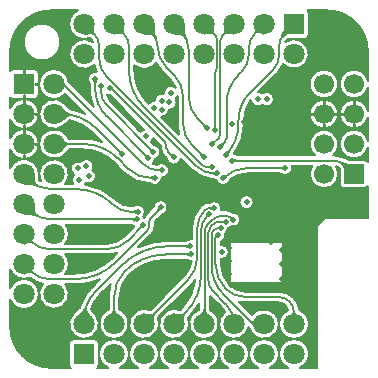
<source format=gbl>
G04 Layer: BottomLayer*
G04 EasyEDA Pro v2.2.39.2, 2025-05-28 23:54:08*
G04 Gerber Generator version 0.3*
G04 Scale: 100 percent, Rotated: No, Reflected: No*
G04 Dimensions in millimeters*
G04 Leading zeros omitted, absolute positions, 4 integers and 5 decimals*
G04 Generated by one-click*
%FSLAX45Y45*%
%MOMM*%
%ADD10C,0.2032*%
%ADD11C,0.254*%
%ADD12C,1.8*%
%ADD13R,1.8X1.8*%
%ADD14R,1.7X1.7*%
%ADD15C,1.7*%
%ADD16C,0.5*%
%ADD17C,0.6096*%
%ADD18C,0.1565*%
%ADD19C,0.1524*%
G75*


G04 Copper Start*
G36*
G01X-1511907Y-1167281D02*
G01X-1511907Y-935176D01*
G01X-1502074Y-954460D01*
G01X-1489082Y-971773D01*
G01X-1473314Y-986604D01*
G01X-1455237Y-998512D01*
G01X-1435387Y-1007145D01*
G01X-1414351Y-1012247D01*
G01X-1392751Y-1013669D01*
G01X-1371227Y-1011367D01*
G01X-1350417Y-1005409D01*
G01X-1330936Y-995972D01*
G01X-1313361Y-983336D01*
G01X-1298211Y-967874D01*
G01X-1285937Y-950045D01*
G01X-1276900Y-930375D01*
G01X-1271369Y-909447D01*
G01X-1269507Y-887881D01*
G01X-1271369Y-866315D01*
G01X-1276900Y-845387D01*
G01X-1285937Y-825717D01*
G01X-1298211Y-807888D01*
G01X-1313361Y-792426D01*
G01X-1330936Y-779790D01*
G01X-1350417Y-770353D01*
G01X-1371227Y-764396D01*
G01X-1392751Y-762094D01*
G01X-1414351Y-763515D01*
G01X-1435387Y-768618D01*
G01X-1455237Y-777251D01*
G01X-1473314Y-789159D01*
G01X-1489082Y-803989D01*
G01X-1502074Y-821302D01*
G01X-1511907Y-840587D01*
G01X-1511907Y-681176D01*
G01X-1501677Y-701093D01*
G01X-1488078Y-718882D01*
G01X-1471542Y-733978D01*
G01X-1452591Y-745905D01*
G01X-1431826Y-754282D01*
G01X-1409905Y-758847D01*
G01X-1387522Y-759453D01*
G01X-1365386Y-756082D01*
G01X-1344198Y-748840D01*
G01X-1319286Y-767364D01*
G01X-1292230Y-782586D01*
G01X-1263465Y-794262D01*
G01X-1233454Y-802204D01*
G01X-1247070Y-819718D01*
G01X-1257398Y-839351D01*
G01X-1264117Y-860493D01*
G01X-1267019Y-882487D01*
G01X-1266012Y-904648D01*
G01X-1261129Y-926288D01*
G01X-1252520Y-946734D01*
G01X-1240455Y-965351D01*
G01X-1225307Y-981558D01*
G01X-1207548Y-994853D01*
G01X-1187730Y-1004822D01*
G01X-1166469Y-1011156D01*
G01X-1144426Y-1013657D01*
G01X-1122287Y-1012247D01*
G01X-1100739Y-1006970D01*
G01X-1080453Y-997991D01*
G01X-1062060Y-985589D01*
G01X-1046130Y-970149D01*
G01X-1033161Y-952151D01*
G01X-1023554Y-932155D01*
G01X-1017608Y-910782D01*
G01X-1015509Y-888697D01*
G01X-1017322Y-866587D01*
G01X-1022990Y-845139D01*
G01X-1032336Y-825020D01*
G01X-1045071Y-806855D01*
G01X-960065Y-806855D01*
G01X-917493Y-805137D01*
G01X-875198Y-799993D01*
G01X-833456Y-791457D01*
G01X-792537Y-779584D01*
G01X-752708Y-764452D01*
G01X-821949Y-833692D01*
G01X-844939Y-858842D01*
G01X-865585Y-885949D01*
G01X-883720Y-914796D01*
G01X-899200Y-945151D01*
G01X-911900Y-976770D01*
G01X-914451Y-983501D01*
G01X-916888Y-988977D01*
G01X-919382Y-993785D01*
G01X-921959Y-998083D01*
G01X-924669Y-1002038D01*
G01X-927339Y-1005487D01*
G01X-934460Y-1013396D01*
G01X-942838Y-1021479D01*
G01X-952922Y-1030637D01*
G01X-953113Y-1030812D01*
G01X-964401Y-1041213D01*
G01X-965338Y-1042109D01*
G01X-973991Y-1050681D01*
G01X-988902Y-1067649D01*
G01X-1000538Y-1087010D01*
G01X-1008525Y-1108139D01*
G01X-1012605Y-1130356D01*
G01X-1012647Y-1152944D01*
G01X-1008649Y-1175176D01*
G01X-1000740Y-1196335D01*
G01X-989175Y-1215738D01*
G01X-974327Y-1232761D01*
G01X-956674Y-1246854D01*
G01X-936785Y-1257563D01*
G01X-915303Y-1264544D01*
G01X-892918Y-1267570D01*
G01X-870353Y-1266545D01*
G01X-848334Y-1261502D01*
G01X-827573Y-1252603D01*
G01X-808737Y-1240135D01*
G01X-792435Y-1224499D01*
G01X-779191Y-1206201D01*
G01X-769432Y-1185829D01*
G01X-763474Y-1164040D01*
G01X-761507Y-1141538D01*
G01X-763596Y-1119046D01*
G01X-769674Y-1097290D01*
G01X-779543Y-1076972D01*
G01X-792887Y-1058746D01*
G01X-808785Y-1039974D01*
G01X-816226Y-1030705D01*
G01X-821768Y-1022534D01*
G01X-823212Y-1019889D01*
G01X-824346Y-1017315D01*
G01X-825032Y-1015205D01*
G01X-825394Y-1013432D01*
G01X-825524Y-1011760D01*
G01X-825431Y-1009881D01*
G01X-825007Y-1007485D01*
G01X-823794Y-1003463D01*
G01X-811459Y-974698D01*
G01X-796076Y-947439D01*
G01X-777829Y-922010D01*
G01X-756932Y-898709D01*
G01X-661368Y-803145D01*
G01X-671290Y-839620D01*
G01X-677288Y-876941D01*
G01X-679295Y-914687D01*
G01X-679295Y-1014783D01*
G01X-680869Y-1016708D01*
G01X-683196Y-1019199D01*
G01X-690475Y-1026012D01*
G01X-708667Y-1041124D01*
G01X-725363Y-1056106D01*
G01X-739132Y-1073815D01*
G01X-749538Y-1093688D01*
G01X-756249Y-1115093D01*
G01X-759053Y-1137350D01*
G01X-757859Y-1159750D01*
G01X-752706Y-1181583D01*
G01X-743758Y-1202153D01*
G01X-731299Y-1220808D01*
G01X-715725Y-1236953D01*
G01X-697531Y-1250076D01*
G01X-677297Y-1259759D01*
G01X-655664Y-1265695D01*
G01X-633321Y-1267695D01*
G01X-610977Y-1265695D01*
G01X-589345Y-1259759D01*
G01X-569110Y-1250076D01*
G01X-550916Y-1236953D01*
G01X-535342Y-1220808D01*
G01X-522883Y-1202153D01*
G01X-513935Y-1181583D01*
G01X-508782Y-1159750D01*
G01X-507588Y-1137350D01*
G01X-510392Y-1115093D01*
G01X-517103Y-1093688D01*
G01X-527509Y-1073815D01*
G01X-541278Y-1056106D01*
G01X-557974Y-1041124D01*
G01X-576166Y-1026012D01*
G01X-583445Y-1019199D01*
G01X-585772Y-1016708D01*
G01X-587347Y-1014783D01*
G01X-587347Y-914687D01*
G01X-585686Y-885126D01*
G01X-580727Y-855936D01*
G01X-572530Y-827485D01*
G01X-561200Y-800131D01*
G01X-546878Y-774217D01*
G01X-529745Y-750070D01*
G01X-510015Y-727993D01*
G01X-481956Y-702281D01*
G01X-451763Y-679113D01*
G01X-419665Y-658664D01*
G01X-385907Y-641091D01*
G01X-350746Y-626527D01*
G01X-314449Y-615083D01*
G01X-277293Y-606845D01*
G01X-239560Y-601878D01*
G01X-201539Y-600218D01*
G01X-193850Y-599570D01*
G01X-186378Y-597646D01*
G01X-18021Y-597646D01*
G01X-17788Y-597837D01*
G01X-5388Y-606070D01*
G01X8640Y-611045D01*
G01X23457Y-612464D01*
G01X17269Y-640361D01*
G01X7623Y-667259D01*
G01X-5326Y-692731D01*
G01X-21375Y-716374D01*
G01X-40268Y-737812D01*
G01X-321957Y-1019500D01*
G01X-324431Y-1019748D01*
G01X-327838Y-1019865D01*
G01X-337803Y-1019535D01*
G01X-361352Y-1017357D01*
G01X-383752Y-1016145D01*
G01X-406011Y-1018931D01*
G01X-427421Y-1025625D01*
G01X-447302Y-1036015D01*
G01X-465022Y-1049771D01*
G01X-480018Y-1066455D01*
G01X-491812Y-1085536D01*
G01X-500030Y-1106409D01*
G01X-504411Y-1128410D01*
G01X-504815Y-1150838D01*
G01X-501230Y-1172982D01*
G01X-493769Y-1194138D01*
G01X-482669Y-1213632D01*
G01X-468284Y-1230845D01*
G01X-451071Y-1245230D01*
G01X-431577Y-1256329D01*
G01X-410422Y-1263790D01*
G01X-388278Y-1267376D01*
G01X-365849Y-1266972D01*
G01X-343849Y-1262591D01*
G01X-322976Y-1254373D01*
G01X-303894Y-1242578D01*
G01X-287210Y-1227583D01*
G01X-273455Y-1209863D01*
G01X-263065Y-1189982D01*
G01X-256370Y-1168571D01*
G01X-253585Y-1146313D01*
G01X-254796Y-1123913D01*
G01X-256975Y-1100364D01*
G01X-257304Y-1090399D01*
G01X-257188Y-1086992D01*
G01X-256940Y-1084517D01*
G01X24749Y-802829D01*
G01X40622Y-785749D01*
G01X55205Y-767556D01*
G01X49879Y-806018D01*
G01X40752Y-843759D01*
G01X27916Y-880405D01*
G01X11497Y-915592D01*
G01X-8341Y-948971D01*
G01X-31402Y-980211D01*
G01X-57457Y-1009000D01*
G01X-67957Y-1019500D01*
G01X-70431Y-1019748D01*
G01X-73838Y-1019865D01*
G01X-83803Y-1019535D01*
G01X-107352Y-1017357D01*
G01X-129752Y-1016145D01*
G01X-152011Y-1018931D01*
G01X-173421Y-1025625D01*
G01X-193302Y-1036015D01*
G01X-211022Y-1049771D01*
G01X-226018Y-1066455D01*
G01X-237812Y-1085536D01*
G01X-246030Y-1106409D01*
G01X-250411Y-1128410D01*
G01X-250815Y-1150838D01*
G01X-247230Y-1172982D01*
G01X-239769Y-1194138D01*
G01X-228669Y-1213632D01*
G01X-214284Y-1230845D01*
G01X-197071Y-1245230D01*
G01X-177577Y-1256329D01*
G01X-156422Y-1263790D01*
G01X-134278Y-1267376D01*
G01X-111849Y-1266972D01*
G01X-89849Y-1262591D01*
G01X-68976Y-1254373D01*
G01X-49894Y-1242578D01*
G01X-33210Y-1227583D01*
G01X-19455Y-1209863D01*
G01X-9065Y-1189982D01*
G01X-2370Y-1168571D01*
G01X415Y-1146313D01*
G01X-796Y-1123913D01*
G01X-2975Y-1100364D01*
G01X-3304Y-1090399D01*
G01X-3188Y-1086992D01*
G01X-2940Y-1084517D01*
G01X7560Y-1074017D01*
G01X37297Y-1041424D01*
G01X63926Y-1006246D01*
G01X87226Y-968779D01*
G01X87226Y-1015211D01*
G01X87018Y-1019729D01*
G01X86836Y-1020880D01*
G01X86080Y-1021380D01*
G01X78479Y-1025598D01*
G01X68635Y-1030990D01*
G01X67018Y-1031931D01*
G01X61773Y-1035171D01*
G01X60049Y-1036306D01*
G01X54675Y-1040070D01*
G01X52685Y-1041570D01*
G01X51719Y-1042351D01*
G01X47349Y-1045889D01*
G01X45327Y-1047639D01*
G01X30087Y-1063723D01*
G01X17905Y-1082231D01*
G01X9158Y-1102590D01*
G01X4119Y-1124167D01*
G01X2943Y-1146293D01*
G01X5667Y-1168283D01*
G01X12206Y-1189454D01*
G01X22358Y-1209149D01*
G01X35808Y-1226758D01*
G01X52138Y-1241734D01*
G01X70843Y-1253613D01*
G01X91341Y-1262027D01*
G01X112997Y-1266714D01*
G01X135140Y-1267529D01*
G01X157082Y-1264447D01*
G01X178144Y-1257564D01*
G01X197671Y-1247092D01*
G01X215058Y-1233357D01*
G01X229766Y-1216785D01*
G01X241339Y-1197890D01*
G01X249417Y-1177257D01*
G01X253751Y-1155527D01*
G01X254205Y-1133374D01*
G01X250766Y-1111485D01*
G01X243541Y-1090539D01*
G01X232752Y-1071185D01*
G01X218736Y-1054024D01*
G01X201926Y-1039587D01*
G01X189836Y-1029397D01*
G01X182772Y-1022742D01*
G01X180593Y-1020387D01*
G01X179174Y-1018599D01*
G01X179174Y-901793D01*
G01X278329Y-1000948D01*
G01X294759Y-1019565D01*
G01X308747Y-1040082D01*
G01X292043Y-1054622D01*
G01X278148Y-1071865D01*
G01X267491Y-1091278D01*
G01X260403Y-1112258D01*
G01X257103Y-1134157D01*
G01X257694Y-1156294D01*
G01X262157Y-1177985D01*
G01X270355Y-1198558D01*
G01X282032Y-1217374D01*
G01X296828Y-1233852D01*
G01X314284Y-1247480D01*
G01X333858Y-1257836D01*
G01X354946Y-1264600D01*
G01X376892Y-1267562D01*
G01X399018Y-1266630D01*
G01X420638Y-1261832D01*
G01X441081Y-1253319D01*
G01X459716Y-1241353D01*
G01X475963Y-1226304D01*
G01X489320Y-1208641D01*
G01X499374Y-1188909D01*
G01X505811Y-1167720D01*
G01X510104Y-1173665D01*
G01X513189Y-1179145D01*
G01X516399Y-1185958D01*
G01X520129Y-1193801D01*
G01X521448Y-1196311D01*
G01X526232Y-1204607D01*
G01X528530Y-1208101D01*
G01X535398Y-1217327D01*
G01X537344Y-1219718D01*
G01X541882Y-1224828D01*
G01X543162Y-1226196D01*
G01X545350Y-1228414D01*
G01X561757Y-1242954D01*
G01X580439Y-1254425D01*
G01X600829Y-1262479D01*
G01X622307Y-1266871D01*
G01X644221Y-1267469D01*
G01X665907Y-1264253D01*
G01X686705Y-1257322D01*
G01X705984Y-1246886D01*
G01X723159Y-1233262D01*
G01X737708Y-1216863D01*
G01X749190Y-1198188D01*
G01X757256Y-1177803D01*
G01X761661Y-1156328D01*
G01X762271Y-1134414D01*
G01X759069Y-1112726D01*
G01X752150Y-1091924D01*
G01X741725Y-1072639D01*
G01X728111Y-1055456D01*
G01X711721Y-1040897D01*
G01X693053Y-1029404D01*
G01X672672Y-1021326D01*
G01X651200Y-1016908D01*
G01X629286Y-1016285D01*
G01X607597Y-1019475D01*
G01X586790Y-1026381D01*
G01X567499Y-1036795D01*
G01X550308Y-1050399D01*
G01X535739Y-1066780D01*
G01X422649Y-953690D01*
G01X450055Y-957860D01*
G01X477742Y-959255D01*
G01X758419Y-959255D01*
G01X775854Y-960972D01*
G01X792619Y-966058D01*
G01X808069Y-974316D01*
G01X821612Y-985430D01*
G01X831343Y-997267D01*
G01X838600Y-1010762D01*
G01X843111Y-1025406D01*
G01X823796Y-1035318D01*
G01X806473Y-1048401D01*
G01X791657Y-1064268D01*
G01X779790Y-1082446D01*
G01X771223Y-1102393D01*
G01X766213Y-1123516D01*
G01X764909Y-1145186D01*
G01X767349Y-1166757D01*
G01X773462Y-1187587D01*
G01X783064Y-1207057D01*
G01X795870Y-1224587D01*
G01X811498Y-1239654D01*
G01X829485Y-1251810D01*
G01X849293Y-1260693D01*
G01X870333Y-1266039D01*
G01X891979Y-1267688D01*
G01X913587Y-1265592D01*
G01X934512Y-1259813D01*
G01X954132Y-1250522D01*
G01X971864Y-1237997D01*
G01X987178Y-1222610D01*
G01X999619Y-1204820D01*
G01X1008817Y-1185156D01*
G01X1014497Y-1164204D01*
G01X1016491Y-1142587D01*
G01X1014740Y-1120948D01*
G01X1009294Y-1099934D01*
G01X1000318Y-1080168D01*
G01X988077Y-1062239D01*
G01X972936Y-1046682D01*
G01X955347Y-1033959D01*
G01X935832Y-1024449D01*
G01X931935Y-1001317D01*
G01X924907Y-978937D01*
G01X914878Y-957732D01*
G01X902038Y-938100D01*
G01X886629Y-920413D01*
G01X868797Y-904775D01*
G01X849077Y-891599D01*
G01X827806Y-881109D01*
G01X805347Y-873485D01*
G01X782085Y-868858D01*
G01X758419Y-867307D01*
G01X477743Y-867307D01*
G01X453787Y-865737D01*
G01X430242Y-861054D01*
G01X407509Y-853337D01*
G01X385978Y-842719D01*
G01X366017Y-829382D01*
G01X347968Y-813553D01*
G01X346168Y-811753D01*
G01X326923Y-790217D01*
G01X310210Y-766662D01*
G01X296239Y-741384D01*
G01X285186Y-714701D01*
G01X277191Y-686948D01*
G01X272353Y-658474D01*
G01X270734Y-629638D01*
G01X270734Y-592533D01*
G01X285524Y-592742D01*
G01X299926Y-589374D01*
G01X313090Y-582628D01*
G01X324236Y-572904D01*
G01X332704Y-560776D01*
G01X337994Y-546963D01*
G01X339793Y-532281D01*
G01X337994Y-517599D01*
G01X332704Y-503786D01*
G01X324236Y-491659D01*
G01X313090Y-481934D01*
G01X299926Y-475189D01*
G01X285524Y-471820D01*
G01X270734Y-472029D01*
G01X270734Y-456174D01*
G01X346865Y-456174D01*
G01X346865Y-786281D01*
G01X348261Y-791488D01*
G01X352072Y-795300D01*
G01X357279Y-796695D01*
G01X789079Y-796695D01*
G01X794286Y-795300D01*
G01X798098Y-791488D01*
G01X799493Y-786281D01*
G01X799493Y-456174D01*
G01X799493Y-456174D01*
G01X798098Y-450967D01*
G01X794286Y-447155D01*
G01X789079Y-445760D01*
G01X357279Y-445760D01*
G01X352072Y-447155D01*
G01X348261Y-450967D01*
G01X346865Y-456174D01*
G01X270734Y-456174D01*
G01X270734Y-447938D01*
G01X283945Y-440980D01*
G01X295063Y-431012D01*
G01X303416Y-418635D01*
G01X308502Y-404596D01*
G01X310014Y-389741D01*
G01X307860Y-374965D01*
G01X317405Y-366302D01*
G01X324908Y-355821D01*
G01X330035Y-343994D01*
G01X332553Y-331353D01*
G01X345432Y-325017D01*
G01X356466Y-315840D01*
G01X371622Y-319318D01*
G01X387164Y-318839D01*
G01X402077Y-314434D01*
G01X415385Y-306391D01*
G01X426218Y-295237D01*
G01X433869Y-281700D01*
G01X437837Y-266665D01*
G01X437862Y-251116D01*
G01X433943Y-236068D01*
G01X426337Y-222506D01*
G01X415540Y-211316D01*
G01X402258Y-203230D01*
G01X387360Y-198777D01*
G01X371819Y-198247D01*
G01X358402Y-189431D01*
G01X343711Y-182955D01*
G01X328152Y-178996D01*
G01X312153Y-177664D01*
G01X297879Y-177664D01*
G01X274125Y-179069D01*
G01X276234Y-164240D01*
G01X274655Y-149345D01*
G01X269483Y-135287D01*
G01X261032Y-122920D01*
G01X249814Y-112994D01*
G01X246006Y-111024D01*
G01X428356Y-111024D01*
G01X430123Y-125578D01*
G01X435322Y-139286D01*
G01X443650Y-151351D01*
G01X454624Y-161073D01*
G01X467605Y-167886D01*
G01X481840Y-171395D01*
G01X496501Y-171395D01*
G01X510735Y-167886D01*
G01X523716Y-161073D01*
G01X534690Y-151351D01*
G01X543018Y-139286D01*
G01X548217Y-125578D01*
G01X549984Y-111024D01*
G01X548217Y-96470D01*
G01X543018Y-82763D01*
G01X534690Y-70697D01*
G01X523716Y-60975D01*
G01X510735Y-54162D01*
G01X496501Y-50654D01*
G01X481840Y-50654D01*
G01X467605Y-54162D01*
G01X454624Y-60975D01*
G01X443650Y-70697D01*
G01X435322Y-82763D01*
G01X430123Y-96470D01*
G01X428356Y-111024D01*
G01X428356Y-111024D01*
G01X246006Y-111024D01*
G01X236510Y-106111D01*
G01X221927Y-102689D01*
G01X206951Y-102935D01*
G01X192488Y-106835D01*
G01X179418Y-114151D01*
G01X178025Y-115146D01*
G01X169798Y-115146D01*
G01X151829Y-116915D01*
G01X134551Y-122157D01*
G01X118626Y-130668D01*
G01X104669Y-142122D01*
G01X102803Y-143988D01*
G01X83256Y-165861D01*
G01X66281Y-189785D01*
G01X52091Y-215459D01*
G01X40865Y-242561D01*
G01X32745Y-270749D01*
G01X27831Y-299670D01*
G01X26186Y-328958D01*
G01X26186Y-423561D01*
G01X12416Y-422334D01*
G01X-1275Y-424249D01*
G01X-14180Y-429207D01*
G01X-25632Y-436951D01*
G01X-25883Y-437155D01*
G01X-175963Y-437155D01*
G01X-218879Y-438686D01*
G01X-261577Y-443272D01*
G01X-303840Y-450888D01*
G01X-345452Y-461497D01*
G01X-386203Y-475045D01*
G01X-425884Y-491462D01*
G01X-318183Y-383760D01*
G01X-306148Y-369096D01*
G01X-297205Y-352365D01*
G01X-291698Y-334211D01*
G01X-289838Y-315331D01*
G01X-289838Y-276063D01*
G01X-288691Y-272939D01*
G01X-288400Y-272650D01*
G01X-230923Y-215173D01*
G01X-228925Y-214809D01*
G01X-214315Y-210361D01*
G01X-201274Y-202415D01*
G01X-190624Y-191470D01*
G01X-183036Y-178217D01*
G01X-178990Y-163491D01*
G01X-178740Y-148222D01*
G01X-182301Y-133371D01*
G01X-189450Y-119876D01*
G01X-199736Y-108588D01*
G01X-212509Y-100218D01*
G01X-226965Y-95294D01*
G01X-242192Y-94127D01*
G01X-257230Y-96791D01*
G01X-271129Y-103116D01*
G01X-283015Y-112705D01*
G01X-292137Y-124953D01*
G01X-297920Y-139087D01*
G01X-300000Y-154216D01*
G01X-352525Y-206742D01*
G01X-353442Y-207634D01*
G01X-363433Y-219359D01*
G01X-371437Y-232520D01*
G01X-377251Y-246785D01*
G01X-380976Y-246349D01*
G01X-385226Y-231681D01*
G01X-376409Y-219216D01*
G01X-370974Y-204947D01*
G01X-369265Y-189775D01*
G01X-371389Y-174654D01*
G01X-377212Y-160540D01*
G01X-386368Y-148321D01*
G01X-398278Y-138767D01*
G01X-412193Y-132481D01*
G01X-427235Y-129860D01*
G01X-442455Y-131067D01*
G01X-456896Y-136028D01*
G01X-469645Y-144429D01*
G01X-469896Y-144633D01*
G01X-494808Y-144633D01*
G01X-520279Y-142629D01*
G01X-545123Y-136664D01*
G01X-568728Y-126887D01*
G01X-590513Y-113537D01*
G01X-609941Y-96943D01*
G01X-642708Y-67009D01*
G01X-678040Y-40151D01*
G01X-715649Y-16587D01*
G01X-755230Y3490D01*
G01X-796459Y19916D01*
G01X-839001Y32559D01*
G01X-882511Y41315D01*
G01X-874497Y53779D01*
G01X-861914Y48778D01*
G01X-848537Y46685D01*
G01X-835028Y47604D01*
G01X-822057Y51490D01*
G01X-810267Y58149D01*
G01X-800243Y67252D01*
G01X-792482Y78347D01*
G01X-787368Y90885D01*
G01X-785154Y104243D01*
G01X-785952Y117760D01*
G01X-789721Y130765D01*
G01X-796274Y142614D01*
G01X-805286Y152720D01*
G01X-816311Y160580D01*
G01X-809783Y172476D01*
G01X-806055Y185523D01*
G01X-805313Y199072D01*
G01X-807593Y212448D01*
G01X-812783Y224985D01*
G01X-820623Y236060D01*
G01X-830724Y245121D01*
G01X-842582Y251716D01*
G01X-855608Y255518D01*
G01X-869152Y256337D01*
G01X-882541Y254132D01*
G01X-895108Y249013D01*
G01X-906227Y241236D01*
G01X-915344Y231186D01*
G01X-929829Y235317D01*
G01X-944884Y235761D01*
G01X-959586Y232491D01*
G01X-973034Y225709D01*
G01X-984403Y215830D01*
G01X-992995Y203459D01*
G01X-998283Y189357D01*
G01X-999944Y174387D01*
G01X-997874Y159469D01*
G01X-992202Y145516D01*
G01X-983275Y133385D01*
G01X-971640Y123821D01*
G01X-980448Y113052D01*
G01X-986577Y100563D01*
G01X-989708Y87007D01*
G01X-989677Y73095D01*
G01X-986484Y59554D01*
G01X-980298Y47093D01*
G01X-1045071Y47093D01*
G01X-1032849Y64377D01*
G01X-1023698Y83465D01*
G01X-1017876Y103817D01*
G01X-1015549Y124857D01*
G01X-1016782Y145990D01*
G01X-1021541Y166617D01*
G01X-1029691Y186153D01*
G01X-1041001Y204047D01*
G01X-1055151Y219792D01*
G01X-1071740Y232941D01*
G01X-1090299Y243123D01*
G01X-1110303Y250049D01*
G01X-1131184Y253524D01*
G01X-1152353Y253448D01*
G01X-1173209Y249824D01*
G01X-1193162Y242755D01*
G01X-1211648Y232441D01*
G01X-1228143Y219174D01*
G01X-1242180Y203329D01*
G01X-1253362Y185354D01*
G01X-1261372Y165760D01*
G01X-1265983Y145099D01*
G01X-1267066Y123959D01*
G01X-1264588Y102936D01*
G01X-1258621Y82625D01*
G01X-1249334Y63603D01*
G01X-1255579Y66591D01*
G01X-1259398Y68806D01*
G01X-1261410Y70322D01*
G01X-1262734Y71620D01*
G01X-1263704Y72864D01*
G01X-1264564Y74323D01*
G01X-1265419Y76274D01*
G01X-1266266Y78930D01*
G01X-1267045Y82398D01*
G01X-1267698Y86702D01*
G01X-1268173Y91585D01*
G01X-1268761Y104413D01*
G01X-1269064Y118946D01*
G01X-1269086Y119644D01*
G01X-1269534Y130751D01*
G01X-1271816Y152112D01*
G01X-1277698Y172773D01*
G01X-1287009Y192133D01*
G01X-1299479Y209626D01*
G01X-1314742Y224743D01*
G01X-1332355Y237043D01*
G01X-1351803Y246167D01*
G01X-1372520Y251850D01*
G01X-1393902Y253925D01*
G01X-1415326Y252332D01*
G01X-1436166Y247118D01*
G01X-1455815Y238434D01*
G01X-1473701Y226535D01*
G01X-1489301Y211766D01*
G01X-1502161Y194558D01*
G01X-1511907Y175413D01*
G01X-1511907Y334824D01*
G01X-1502074Y315540D01*
G01X-1489082Y298227D01*
G01X-1473314Y283396D01*
G01X-1455237Y271488D01*
G01X-1435387Y262855D01*
G01X-1414351Y257753D01*
G01X-1392751Y256331D01*
G01X-1371227Y258633D01*
G01X-1350417Y264591D01*
G01X-1330936Y274028D01*
G01X-1313361Y286664D01*
G01X-1298211Y302126D01*
G01X-1285937Y319955D01*
G01X-1276900Y339625D01*
G01X-1271369Y360553D01*
G01X-1269507Y382119D01*
G01X-1271369Y403685D01*
G01X-1276900Y424613D01*
G01X-1285937Y444283D01*
G01X-1298211Y462112D01*
G01X-1313361Y477574D01*
G01X-1330936Y490210D01*
G01X-1350417Y499647D01*
G01X-1371227Y505604D01*
G01X-1392751Y507906D01*
G01X-1414351Y506485D01*
G01X-1435387Y501382D01*
G01X-1455237Y492749D01*
G01X-1473314Y480841D01*
G01X-1489082Y466011D01*
G01X-1502074Y448698D01*
G01X-1511907Y429413D01*
G01X-1511907Y588824D01*
G01X-1502074Y569540D01*
G01X-1489082Y552227D01*
G01X-1473314Y537396D01*
G01X-1455237Y525488D01*
G01X-1435387Y516855D01*
G01X-1414351Y511753D01*
G01X-1392751Y510331D01*
G01X-1371227Y512633D01*
G01X-1350417Y518591D01*
G01X-1330936Y528028D01*
G01X-1313361Y540664D01*
G01X-1298211Y556126D01*
G01X-1285937Y573955D01*
G01X-1276900Y593625D01*
G01X-1271369Y614553D01*
G01X-1269507Y636119D01*
G01X-1271369Y657685D01*
G01X-1276900Y678613D01*
G01X-1285937Y698283D01*
G01X-1298211Y716112D01*
G01X-1313361Y731574D01*
G01X-1330936Y744210D01*
G01X-1350417Y753647D01*
G01X-1371227Y759604D01*
G01X-1392751Y761906D01*
G01X-1414351Y760485D01*
G01X-1435387Y755382D01*
G01X-1455237Y746749D01*
G01X-1473314Y734841D01*
G01X-1489082Y720011D01*
G01X-1502074Y702698D01*
G01X-1511907Y683413D01*
G01X-1511907Y776123D01*
G01X-1504275Y769732D01*
G01X-1495178Y765689D01*
G01X-1485320Y764305D01*
G01X-1305321Y764305D01*
G01X-1294254Y766058D01*
G01X-1284270Y771145D01*
G01X-1276347Y779068D01*
G01X-1271260Y789052D01*
G01X-1269507Y800119D01*
G01X-1269507Y980119D01*
G01X-1271260Y991186D01*
G01X-1276347Y1001170D01*
G01X-1284270Y1009093D01*
G01X-1294254Y1014180D01*
G01X-1305321Y1015933D01*
G01X-1485320Y1015933D01*
G01X-1495178Y1014549D01*
G01X-1504275Y1010506D01*
G01X-1511907Y1004115D01*
G01X-1511907Y1168410D01*
G01X-1510016Y1204492D01*
G01X-1504364Y1240178D01*
G01X-1502952Y1245448D01*
G01X-1398464Y1245448D01*
G01X-1396546Y1221074D01*
G01X-1390838Y1197299D01*
G01X-1381481Y1174710D01*
G01X-1368706Y1153863D01*
G01X-1352827Y1135271D01*
G01X-1334235Y1119392D01*
G01X-1313388Y1106617D01*
G01X-1290799Y1097260D01*
G01X-1267025Y1091553D01*
G01X-1242650Y1089634D01*
G01X-1218275Y1091553D01*
G01X-1194501Y1097260D01*
G01X-1171912Y1106617D01*
G01X-1151065Y1119392D01*
G01X-1132473Y1135271D01*
G01X-1116594Y1153863D01*
G01X-1103819Y1174710D01*
G01X-1094462Y1197299D01*
G01X-1088754Y1221074D01*
G01X-1086836Y1245448D01*
G01X-1088754Y1269823D01*
G01X-1094462Y1293598D01*
G01X-1103819Y1316186D01*
G01X-1116594Y1337034D01*
G01X-1132473Y1355626D01*
G01X-1151065Y1371505D01*
G01X-1171912Y1384280D01*
G01X-1194501Y1393636D01*
G01X-1218275Y1399344D01*
G01X-1242650Y1401262D01*
G01X-1267025Y1399344D01*
G01X-1290799Y1393636D01*
G01X-1313388Y1384280D01*
G01X-1334235Y1371505D01*
G01X-1352827Y1355626D01*
G01X-1368706Y1337034D01*
G01X-1381481Y1316186D01*
G01X-1390838Y1293598D01*
G01X-1396546Y1269823D01*
G01X-1398464Y1245448D01*
G01X-1398464Y1245448D01*
G01X-1502952Y1245448D01*
G01X-1495012Y1275079D01*
G01X-1482064Y1308810D01*
G01X-1465661Y1341003D01*
G01X-1445982Y1371305D01*
G01X-1423244Y1399385D01*
G01X-1397695Y1424933D01*
G01X-1369616Y1447672D01*
G01X-1339314Y1467350D01*
G01X-1307121Y1483753D01*
G01X-1273389Y1496702D01*
G01X-1238489Y1506053D01*
G01X-1202803Y1511705D01*
G01X-1166721Y1513596D01*
G01X-937262Y1513596D01*
G01X-955002Y1504177D01*
G01X-971017Y1492055D01*
G01X-984900Y1477538D01*
G01X-996295Y1460998D01*
G01X-1004912Y1442855D01*
G01X-1010533Y1423571D01*
G01X-1013013Y1403639D01*
G01X-1012290Y1383566D01*
G01X-1008381Y1363864D01*
G01X-1001387Y1345035D01*
G01X-991486Y1327559D01*
G01X-978930Y1311882D01*
G01X-964039Y1298402D01*
G01X-947193Y1287464D01*
G01X-928820Y1279346D01*
G01X-909390Y1274256D01*
G01X-889398Y1272322D01*
G01X-869352Y1273595D01*
G01X-845803Y1275773D01*
G01X-835838Y1276102D01*
G01X-832431Y1275986D01*
G01X-829957Y1275738D01*
G01X-829388Y1275170D01*
G01X-821273Y1265651D01*
G01X-814765Y1254968D01*
G01X-810028Y1243391D01*
G01X-828580Y1255378D01*
G01X-848942Y1263936D01*
G01X-870487Y1268802D01*
G01X-892552Y1269824D01*
G01X-914454Y1266972D01*
G01X-935521Y1260334D01*
G01X-955102Y1250113D01*
G01X-972594Y1236626D01*
G01X-987457Y1220288D01*
G01X-999235Y1201602D01*
G01X-1007563Y1181145D01*
G01X-1012185Y1159546D01*
G01X-1012959Y1137472D01*
G01X-1009860Y1115602D01*
G01X-1002985Y1094612D01*
G01X-992544Y1075147D01*
G01X-978861Y1057809D01*
G01X-962356Y1043130D01*
G01X-943539Y1031564D01*
G01X-922989Y1023467D01*
G01X-901339Y1019089D01*
G01X-879258Y1018564D01*
G01X-857425Y1021909D01*
G01X-836513Y1029020D01*
G01X-817168Y1039679D01*
G01X-799984Y1053557D01*
G01X-791000Y1021669D01*
G01X-778253Y991089D01*
G01X-793440Y992848D01*
G01X-808585Y990763D01*
G01X-822732Y984967D01*
G01X-834987Y975826D01*
G01X-844574Y963918D01*
G01X-850889Y949994D01*
G01X-853531Y934936D01*
G01X-852334Y919694D01*
G01X-847374Y905233D01*
G01X-838964Y892466D01*
G01X-838760Y892215D01*
G01X-838760Y851624D01*
G01X-837390Y819381D01*
G01X-833291Y787370D01*
G01X-826491Y755823D01*
G01X-817040Y724966D01*
G01X-805006Y695022D01*
G01X-1016592Y906607D01*
G01X-1021167Y927431D01*
G01X-1029192Y947183D01*
G01X-1040438Y965297D01*
G01X-1054580Y981252D01*
G01X-1071213Y994590D01*
G01X-1089860Y1004927D01*
G01X-1109984Y1011968D01*
G01X-1131009Y1015509D01*
G01X-1152329Y1015450D01*
G01X-1173333Y1011792D01*
G01X-1193418Y1004639D01*
G01X-1212007Y994198D01*
G01X-1228566Y980768D01*
G01X-1242620Y964735D01*
G01X-1253764Y946559D01*
G01X-1261680Y926763D01*
G01X-1266139Y905914D01*
G01X-1267014Y884611D01*
G01X-1264279Y863467D01*
G01X-1258013Y843088D01*
G01X-1248396Y824059D01*
G01X-1235705Y806928D01*
G01X-1220303Y792186D01*
G01X-1202633Y780255D01*
G01X-1183202Y771480D01*
G01X-1162568Y766112D01*
G01X-1141324Y764305D01*
G01X-1120080Y766111D01*
G01X-1099446Y771478D01*
G01X-1080015Y780252D01*
G01X-1062344Y792181D01*
G01X-1046941Y806922D01*
G01X-877236Y637217D01*
G01X-910583Y651642D01*
G01X-944977Y663356D01*
G01X-980196Y672283D01*
G01X-986489Y673813D01*
G01X-991539Y675404D01*
G01X-996043Y677173D01*
G01X-1000155Y679131D01*
G01X-1004031Y681312D01*
G01X-1007437Y683527D01*
G01X-1015625Y689868D01*
G01X-1024027Y697524D01*
G01X-1033545Y706920D01*
G01X-1044206Y717495D01*
G01X-1044954Y718216D01*
G01X-1053605Y726313D01*
G01X-1071125Y740530D01*
G01X-1090902Y751388D01*
G01X-1112301Y758540D01*
G01X-1134633Y761755D01*
G01X-1157180Y760929D01*
G01X-1179217Y756090D01*
G01X-1200035Y747392D01*
G01X-1218965Y735116D01*
G01X-1235399Y719656D01*
G01X-1248806Y701510D01*
G01X-1258757Y681260D01*
G01X-1264931Y659559D01*
G01X-1267131Y637105D01*
G01X-1265284Y614618D01*
G01X-1259450Y592823D01*
G01X-1249818Y572420D01*
G01X-1236696Y554066D01*
G01X-1220507Y538351D01*
G01X-1201772Y525779D01*
G01X-1181092Y516757D01*
G01X-1159134Y511572D01*
G01X-1136602Y510394D01*
G01X-1114222Y513258D01*
G01X-1092714Y520073D01*
G01X-1072769Y530621D01*
G01X-1055029Y544561D01*
G01X-1046780Y552054D01*
G01X-1046287Y552510D01*
G01X-1035868Y562337D01*
G01X-1026724Y570572D01*
G01X-1018532Y576948D01*
G01X-1015688Y578780D01*
G01X-1012875Y580293D01*
G01X-1010423Y581329D01*
G01X-1008210Y582001D01*
G01X-1006023Y582400D01*
G01X-1003586Y582552D01*
G01X-1000614Y582392D01*
G01X-996025Y581634D01*
G01X-962928Y572668D01*
G01X-930827Y560612D01*
G01X-900009Y545576D01*
G01X-870752Y527692D01*
G01X-843316Y507122D01*
G01X-817949Y484050D01*
G01X-733811Y399912D01*
G01X-772092Y412168D01*
G01X-811307Y420992D01*
G01X-851148Y426314D01*
G01X-891305Y428093D01*
G01X-1014222Y428093D01*
G01X-1016147Y429667D01*
G01X-1018638Y431994D01*
G01X-1025452Y439273D01*
G01X-1040563Y457465D01*
G01X-1055545Y474161D01*
G01X-1073255Y487931D01*
G01X-1093127Y498337D01*
G01X-1114532Y505048D01*
G01X-1136789Y507851D01*
G01X-1159190Y506657D01*
G01X-1181022Y501504D01*
G01X-1201593Y492556D01*
G01X-1220247Y480097D01*
G01X-1236392Y464523D01*
G01X-1249515Y446330D01*
G01X-1259199Y426095D01*
G01X-1265135Y404462D01*
G01X-1267134Y382119D01*
G01X-1265135Y359776D01*
G01X-1259199Y338143D01*
G01X-1249515Y317908D01*
G01X-1236392Y299715D01*
G01X-1220247Y284141D01*
G01X-1201593Y271682D01*
G01X-1181022Y262733D01*
G01X-1159190Y257580D01*
G01X-1136789Y256387D01*
G01X-1114532Y259190D01*
G01X-1093127Y265901D01*
G01X-1073255Y276307D01*
G01X-1055545Y290077D01*
G01X-1040563Y306772D01*
G01X-1025452Y324965D01*
G01X-1018638Y332244D01*
G01X-1016147Y334570D01*
G01X-1014222Y336145D01*
G01X-891305Y336145D01*
G01X-855800Y334401D01*
G01X-820637Y329185D01*
G01X-786154Y320547D01*
G01X-752685Y308572D01*
G01X-720550Y293373D01*
G01X-690060Y275098D01*
G01X-661508Y253922D01*
G01X-635168Y230050D01*
G01X-545131Y140013D01*
G01X-519533Y117137D01*
G01X-491534Y97271D01*
G01X-461488Y80664D01*
G01X-429770Y67527D01*
G01X-396782Y58023D01*
G01X-362936Y52272D01*
G01X-328660Y50347D01*
G01X-328368Y50157D01*
G01X-316816Y42355D01*
G01X-303792Y37389D01*
G01X-289979Y35519D01*
G01X-276103Y36843D01*
G01X-262893Y41292D01*
G01X-251043Y48632D01*
G01X-241175Y58477D01*
G01X-233809Y70311D01*
G01X-229330Y83511D01*
G01X-227975Y97384D01*
G01X-213527Y99088D01*
G01X-199896Y104174D01*
G01X-187864Y112353D01*
G01X-178119Y123155D01*
G01X-171219Y135963D01*
G01X-167558Y150044D01*
G01X-167346Y164591D01*
G01X-170595Y178772D01*
G01X-177119Y191775D01*
G01X-186545Y202857D01*
G01X-198333Y211383D01*
G01X-211809Y216865D01*
G01X-226202Y218990D01*
G01X-240687Y217635D01*
G01X-254436Y212879D01*
G01X-266662Y204993D01*
G01X-288004Y208759D01*
G01X-308598Y215504D01*
G01X-299549Y223562D01*
G01X-292276Y233255D01*
G01X-287069Y244196D01*
G01X-284135Y255953D01*
G01X-272357Y260881D01*
G01X-261868Y268159D01*
G01X-251600Y279574D01*
G01X-244519Y293197D01*
G01X-241076Y308159D01*
G01X-241489Y323507D01*
G01X-245733Y338262D01*
G01X-253537Y351484D01*
G01X-264404Y362330D01*
G01X-277640Y370109D01*
G01X-292403Y374325D01*
G01X-294091Y374606D01*
G01X-320051Y400566D01*
G01X-311999Y409013D01*
G01X-305708Y418842D01*
G01X-301411Y429692D01*
G01X-236208Y364489D01*
G01X-234795Y361077D01*
G01X-234795Y352271D01*
G01X-232935Y333391D01*
G01X-227428Y315237D01*
G01X-218485Y298506D01*
G01X-206450Y283841D01*
G01X-186740Y264131D01*
G01X-186710Y263832D01*
G01X-183849Y249498D01*
G01X-177650Y236261D01*
G01X-168473Y224885D01*
G01X-156846Y216028D01*
G01X-143441Y210201D01*
G01X-129033Y207740D01*
G01X-114455Y208788D01*
G01X-100547Y213285D01*
G01X-88114Y220970D01*
G01X-77874Y231399D01*
G01X-70418Y243971D01*
G01X-66177Y257958D01*
G01X20950Y170832D01*
G01X46271Y148216D01*
G01X73975Y128592D01*
G01X103711Y112210D01*
G01X135102Y99277D01*
G01X167748Y89958D01*
G01X201236Y84371D01*
G01X212721Y83042D01*
G01X217098Y82188D01*
G01X222596Y80450D01*
G01X232551Y77806D01*
G01X237610Y65012D01*
G01X245416Y53682D01*
G01X255568Y44397D01*
G01X267547Y37631D01*
G01X280741Y33732D01*
G01X294474Y32897D01*
G01X308043Y35171D01*
G01X320753Y40437D01*
G01X331955Y48425D01*
G01X341074Y58727D01*
G01X347644Y70815D01*
G01X351330Y84070D01*
G01X351526Y84451D01*
G01X352162Y85308D01*
G01X352926Y86026D01*
G01X378944Y102557D01*
G01X406829Y115692D01*
G01X436143Y125226D01*
G01X466421Y131008D01*
G01X497184Y132945D01*
G01X774658Y132945D01*
G01X774892Y132755D01*
G01X787937Y124203D01*
G01X802728Y119251D01*
G01X818292Y118225D01*
G01X833606Y121191D01*
G01X847661Y127955D01*
G01X859534Y138072D01*
G01X868442Y150876D01*
G01X873800Y165525D01*
G01X875256Y181055D01*
G01X872713Y196445D01*
G01X1045042Y196445D01*
G01X1034437Y177542D01*
G01X1027380Y157049D01*
G01X1024099Y135624D01*
G01X1024698Y113958D01*
G01X1029160Y92747D01*
G01X1037339Y72675D01*
G01X1048973Y54388D01*
G01X1063687Y38474D01*
G01X1081009Y25445D01*
G01X1100379Y15720D01*
G01X1121176Y9613D01*
G01X1142728Y7321D01*
G01X1164344Y8916D01*
G01X1185327Y14348D01*
G01X1205001Y23442D01*
G01X1222734Y35905D01*
G01X1237955Y51336D01*
G01X1250174Y69238D01*
G01X1258997Y89035D01*
G01X1264141Y110091D01*
G01X1265439Y131726D01*
G01X1262852Y153245D01*
G01X1256460Y173956D01*
G01X1246471Y193192D01*
G01X1266176Y186222D01*
G01X1273313Y180975D01*
G01X1277866Y173376D01*
G01X1277866Y43119D01*
G01X1279618Y32052D01*
G01X1284705Y22068D01*
G01X1292629Y14145D01*
G01X1302612Y9058D01*
G01X1313680Y7305D01*
G01X1483679Y7305D01*
G01X1493497Y8677D01*
G01X1502562Y12688D01*
G01X1510181Y19030D01*
G01X1515769Y27217D01*
G01X1515769Y-240183D01*
G01X1159663Y-240183D01*
G01X1155678Y-240976D01*
G01X1152299Y-243234D01*
G01X1086516Y-309017D01*
G01X1084258Y-312396D01*
G01X1083465Y-316381D01*
G01X1083465Y-1512467D01*
G01X937974Y-1512467D01*
G01X957259Y-1502635D01*
G01X974572Y-1489642D01*
G01X989402Y-1473874D01*
G01X1001310Y-1455797D01*
G01X1009943Y-1435947D01*
G01X1015046Y-1414911D01*
G01X1016467Y-1393311D01*
G01X1014165Y-1371788D01*
G01X1008207Y-1350977D01*
G01X998771Y-1331496D01*
G01X986134Y-1313921D01*
G01X970673Y-1298772D01*
G01X952843Y-1286497D01*
G01X933173Y-1277461D01*
G01X912246Y-1271929D01*
G01X890679Y-1270067D01*
G01X869113Y-1271929D01*
G01X848186Y-1277461D01*
G01X828516Y-1286497D01*
G01X810686Y-1298772D01*
G01X795224Y-1313921D01*
G01X782588Y-1331496D01*
G01X773152Y-1350977D01*
G01X767194Y-1371788D01*
G01X764892Y-1393311D01*
G01X766313Y-1414911D01*
G01X771416Y-1435947D01*
G01X780049Y-1455797D01*
G01X791957Y-1473874D01*
G01X806787Y-1489642D01*
G01X824100Y-1502635D01*
G01X843384Y-1512467D01*
G01X683974Y-1512467D01*
G01X703259Y-1502635D01*
G01X720572Y-1489642D01*
G01X735402Y-1473874D01*
G01X747310Y-1455797D01*
G01X755943Y-1435947D01*
G01X761046Y-1414911D01*
G01X762467Y-1393311D01*
G01X760165Y-1371788D01*
G01X754207Y-1350977D01*
G01X744771Y-1331496D01*
G01X732134Y-1313921D01*
G01X716673Y-1298772D01*
G01X698843Y-1286497D01*
G01X679173Y-1277461D01*
G01X658246Y-1271929D01*
G01X636679Y-1270067D01*
G01X615113Y-1271929D01*
G01X594186Y-1277461D01*
G01X574516Y-1286497D01*
G01X556686Y-1298772D01*
G01X541224Y-1313921D01*
G01X528588Y-1331496D01*
G01X519152Y-1350977D01*
G01X513194Y-1371788D01*
G01X510892Y-1393311D01*
G01X512313Y-1414911D01*
G01X517416Y-1435947D01*
G01X526049Y-1455797D01*
G01X537957Y-1473874D01*
G01X552787Y-1489642D01*
G01X570100Y-1502635D01*
G01X589384Y-1512467D01*
G01X429974Y-1512467D01*
G01X449259Y-1502635D01*
G01X466572Y-1489642D01*
G01X481402Y-1473874D01*
G01X493310Y-1455797D01*
G01X501943Y-1435947D01*
G01X507046Y-1414911D01*
G01X508467Y-1393311D01*
G01X506165Y-1371788D01*
G01X500207Y-1350977D01*
G01X490771Y-1331496D01*
G01X478134Y-1313921D01*
G01X462673Y-1298772D01*
G01X444843Y-1286497D01*
G01X425173Y-1277461D01*
G01X404246Y-1271929D01*
G01X382679Y-1270067D01*
G01X361113Y-1271929D01*
G01X340186Y-1277461D01*
G01X320516Y-1286497D01*
G01X302686Y-1298772D01*
G01X287224Y-1313921D01*
G01X274588Y-1331496D01*
G01X265152Y-1350977D01*
G01X259194Y-1371788D01*
G01X256892Y-1393311D01*
G01X258313Y-1414911D01*
G01X263416Y-1435947D01*
G01X272049Y-1455797D01*
G01X283957Y-1473874D01*
G01X298787Y-1489642D01*
G01X316100Y-1502635D01*
G01X335384Y-1512467D01*
G01X175974Y-1512467D01*
G01X195259Y-1502635D01*
G01X212572Y-1489642D01*
G01X227402Y-1473874D01*
G01X239310Y-1455797D01*
G01X247943Y-1435947D01*
G01X253046Y-1414911D01*
G01X254467Y-1393311D01*
G01X252165Y-1371788D01*
G01X246207Y-1350977D01*
G01X236771Y-1331496D01*
G01X224134Y-1313921D01*
G01X208673Y-1298772D01*
G01X190843Y-1286497D01*
G01X171173Y-1277461D01*
G01X150246Y-1271929D01*
G01X128679Y-1270067D01*
G01X107113Y-1271929D01*
G01X86186Y-1277461D01*
G01X66516Y-1286497D01*
G01X48686Y-1298772D01*
G01X33224Y-1313921D01*
G01X20588Y-1331496D01*
G01X11152Y-1350977D01*
G01X5194Y-1371788D01*
G01X2892Y-1393311D01*
G01X4313Y-1414911D01*
G01X9416Y-1435947D01*
G01X18049Y-1455797D01*
G01X29957Y-1473874D01*
G01X44787Y-1489642D01*
G01X62100Y-1502635D01*
G01X81384Y-1512467D01*
G01X-78026Y-1512467D01*
G01X-58741Y-1502635D01*
G01X-41428Y-1489642D01*
G01X-26598Y-1473874D01*
G01X-14690Y-1455797D01*
G01X-6057Y-1435947D01*
G01X-954Y-1414911D01*
G01X467Y-1393311D01*
G01X-1835Y-1371788D01*
G01X-7793Y-1350977D01*
G01X-17229Y-1331496D01*
G01X-29866Y-1313921D01*
G01X-45327Y-1298772D01*
G01X-63157Y-1286497D01*
G01X-82827Y-1277461D01*
G01X-103754Y-1271929D01*
G01X-125321Y-1270067D01*
G01X-146887Y-1271929D01*
G01X-167814Y-1277461D01*
G01X-187484Y-1286497D01*
G01X-205314Y-1298772D01*
G01X-220776Y-1313921D01*
G01X-233412Y-1331496D01*
G01X-242848Y-1350977D01*
G01X-248806Y-1371788D01*
G01X-251108Y-1393311D01*
G01X-249687Y-1414911D01*
G01X-244584Y-1435947D01*
G01X-235951Y-1455797D01*
G01X-224043Y-1473874D01*
G01X-209213Y-1489642D01*
G01X-191900Y-1502635D01*
G01X-172616Y-1512467D01*
G01X-332026Y-1512467D01*
G01X-312741Y-1502635D01*
G01X-295428Y-1489642D01*
G01X-280598Y-1473874D01*
G01X-268690Y-1455797D01*
G01X-260057Y-1435947D01*
G01X-254954Y-1414911D01*
G01X-253533Y-1393311D01*
G01X-255835Y-1371788D01*
G01X-261793Y-1350977D01*
G01X-271229Y-1331496D01*
G01X-283866Y-1313921D01*
G01X-299327Y-1298772D01*
G01X-317157Y-1286497D01*
G01X-336827Y-1277461D01*
G01X-357754Y-1271929D01*
G01X-379321Y-1270067D01*
G01X-400887Y-1271929D01*
G01X-421814Y-1277461D01*
G01X-441484Y-1286497D01*
G01X-459314Y-1298772D01*
G01X-474776Y-1313921D01*
G01X-487412Y-1331496D01*
G01X-496848Y-1350977D01*
G01X-502806Y-1371788D01*
G01X-505108Y-1393311D01*
G01X-503687Y-1414911D01*
G01X-498584Y-1435947D01*
G01X-489951Y-1455797D01*
G01X-478043Y-1473874D01*
G01X-463213Y-1489642D01*
G01X-445900Y-1502635D01*
G01X-426616Y-1512467D01*
G01X-586026Y-1512467D01*
G01X-566741Y-1502635D01*
G01X-549428Y-1489642D01*
G01X-534598Y-1473874D01*
G01X-522690Y-1455797D01*
G01X-514057Y-1435947D01*
G01X-508954Y-1414911D01*
G01X-507533Y-1393311D01*
G01X-509835Y-1371788D01*
G01X-515793Y-1350977D01*
G01X-525229Y-1331496D01*
G01X-537866Y-1313921D01*
G01X-553327Y-1298772D01*
G01X-571157Y-1286497D01*
G01X-590827Y-1277461D01*
G01X-611754Y-1271929D01*
G01X-633321Y-1270067D01*
G01X-654887Y-1271929D01*
G01X-675814Y-1277461D01*
G01X-695484Y-1286497D01*
G01X-713314Y-1298772D01*
G01X-728776Y-1313921D01*
G01X-741412Y-1331496D01*
G01X-750848Y-1350977D01*
G01X-756806Y-1371788D01*
G01X-759108Y-1393311D01*
G01X-757687Y-1414911D01*
G01X-752584Y-1435947D01*
G01X-743951Y-1455797D01*
G01X-732043Y-1473874D01*
G01X-717213Y-1489642D01*
G01X-699900Y-1502635D01*
G01X-680616Y-1512467D01*
G01X-773325Y-1512467D01*
G01X-766934Y-1504835D01*
G01X-762890Y-1495739D01*
G01X-761507Y-1485881D01*
G01X-761507Y-1305881D01*
G01X-763260Y-1294814D01*
G01X-768347Y-1284830D01*
G01X-776270Y-1276907D01*
G01X-786254Y-1271820D01*
G01X-797321Y-1270067D01*
G01X-977320Y-1270067D01*
G01X-988388Y-1271820D01*
G01X-998371Y-1276907D01*
G01X-1006295Y-1284830D01*
G01X-1011382Y-1294814D01*
G01X-1013134Y-1305881D01*
G01X-1013134Y-1485881D01*
G01X-1011751Y-1495739D01*
G01X-1007708Y-1504835D01*
G01X-1001317Y-1512467D01*
G01X-1166721Y-1512467D01*
G01X-1202803Y-1510576D01*
G01X-1238489Y-1504924D01*
G01X-1273389Y-1495573D01*
G01X-1307121Y-1482624D01*
G01X-1339314Y-1466221D01*
G01X-1369616Y-1446542D01*
G01X-1397695Y-1423804D01*
G01X-1423244Y-1398256D01*
G01X-1445982Y-1370176D01*
G01X-1465661Y-1339874D01*
G01X-1482064Y-1307681D01*
G01X-1495012Y-1273949D01*
G01X-1504364Y-1239049D01*
G01X-1510016Y-1203363D01*
G01X-1511907Y-1167281D01*
G37*
G36*
G01X-686418Y-552855D02*
G01X-659224Y-551569D01*
G01X-632273Y-547722D01*
G01X-605805Y-541349D01*
G01X-651588Y-587132D01*
G01X-679648Y-612844D01*
G01X-709841Y-636012D01*
G01X-741939Y-656460D01*
G01X-775697Y-674034D01*
G01X-810858Y-688598D01*
G01X-847155Y-700042D01*
G01X-884311Y-708279D01*
G01X-922043Y-713247D01*
G01X-960065Y-714907D01*
G01X-1045071Y-714907D01*
G01X-1032438Y-696919D01*
G01X-1023129Y-677007D01*
G01X-1017427Y-655778D01*
G01X-1015507Y-633881D01*
G01X-1017427Y-611984D01*
G01X-1023129Y-590755D01*
G01X-1032438Y-570843D01*
G01X-1045071Y-552855D01*
G01X-686418Y-552855D01*
G37*
G36*
G01X-1045071Y-460907D02*
G01X-1032676Y-443327D01*
G01X-1023456Y-423893D01*
G01X-1017681Y-403172D01*
G01X-1015521Y-381770D01*
G01X-1017038Y-360313D01*
G01X-1022188Y-339428D01*
G01X-1030820Y-319725D01*
G01X-1042682Y-301781D01*
G01X-480871Y-301781D01*
G01X-480638Y-301972D01*
G01X-470136Y-309214D01*
G01X-458355Y-314107D01*
G01X-547694Y-403446D01*
G01X-566988Y-420366D01*
G01X-588325Y-434623D01*
G01X-611341Y-445973D01*
G01X-635642Y-454222D01*
G01X-660811Y-459229D01*
G01X-686418Y-460907D01*
G01X-1045071Y-460907D01*
G37*
G36*
G01X-693606Y799056D02*
G01X-679971Y794896D01*
G01X-665743Y794025D01*
G01X-376705Y504986D01*
G01X-387555Y500689D01*
G01X-397384Y494398D01*
G01X-405831Y486346D01*
G01X-663938Y744453D01*
G01X-677278Y760633D01*
G01X-687290Y779060D01*
G01X-693606Y799056D01*
G37*
G36*
G01X-460347Y1004501D02*
G01X-460347Y1047870D01*
G01X-443370Y1035829D01*
G01X-424641Y1026751D01*
G01X-404672Y1020886D01*
G01X-384009Y1018392D01*
G01X-363217Y1019340D01*
G01X-342866Y1023702D01*
G01X-323513Y1031359D01*
G01X-305687Y1042103D01*
G01X-289877Y1055638D01*
G01X-276513Y1071594D01*
G01X-261180Y1045686D01*
G01X-243327Y1021445D01*
G01X-223134Y999116D01*
G01X-156024Y932005D01*
G01X-141090Y915373D01*
G01X-128028Y897235D01*
G01X-116986Y877800D01*
G01X-108094Y857293D01*
G01X-119757Y866260D01*
G01X-133232Y872164D01*
G01X-147731Y874659D01*
G01X-162404Y873600D01*
G01X-176394Y869048D01*
G01X-188881Y861270D01*
G01X-199135Y850720D01*
G01X-206556Y838017D01*
G01X-210709Y823904D01*
G01X-211352Y809206D01*
G01X-225429Y811215D01*
G01X-239588Y809899D01*
G01X-253054Y805331D01*
G01X-265092Y797761D01*
G01X-275042Y787603D01*
G01X-282362Y775412D01*
G01X-286650Y761854D01*
G01X-287672Y747671D01*
G01X-302891Y746441D01*
G01X-317323Y741458D01*
G01X-330060Y733039D01*
G01X-340298Y721712D01*
G01X-345271Y726685D01*
G01X-371164Y755253D01*
G01X-394132Y786222D01*
G01X-413954Y819293D01*
G01X-430439Y854148D01*
G01X-443429Y890451D01*
G01X-452797Y927852D01*
G01X-458455Y965991D01*
G01X-460347Y1004501D01*
G37*
G36*
G01X-95140Y789239D02*
G01X-95095Y784909D01*
G01X-95095Y554039D01*
G01X-93477Y522932D01*
G01X-88643Y492162D01*
G01X-80645Y462058D01*
G01X-232223Y613637D01*
G01X-219726Y613832D01*
G01X-207534Y616578D01*
G01X-196160Y621758D01*
G01X-186085Y629155D01*
G01X-177735Y638454D01*
G01X-171462Y649265D01*
G01X-167532Y661129D01*
G01X-166110Y673546D01*
G01X-152898Y674404D01*
G01X-140184Y678101D01*
G01X-128572Y684462D01*
G01X-118611Y693185D01*
G01X-110775Y703858D01*
G01X-105434Y715973D01*
G01X-102842Y728957D01*
G01X-103121Y742195D01*
G01X-106259Y755058D01*
G01X-112106Y766937D01*
G01X-102321Y777098D01*
G01X-95140Y789239D01*
G37*
G36*
G01X1016493Y1488119D02*
G01X1015254Y1497458D01*
G01X1011622Y1506151D01*
G01X1005850Y1513596D01*
G01X1170583Y1513596D01*
G01X1206665Y1511705D01*
G01X1242352Y1506053D01*
G01X1277252Y1496702D01*
G01X1310983Y1483753D01*
G01X1343176Y1467350D01*
G01X1373479Y1447672D01*
G01X1401558Y1424933D01*
G01X1427107Y1399385D01*
G01X1449845Y1371305D01*
G01X1469523Y1341003D01*
G01X1485926Y1308810D01*
G01X1498875Y1275079D01*
G01X1508226Y1240178D01*
G01X1513878Y1204492D01*
G01X1515769Y1168410D01*
G01X1515769Y919883D01*
G01X1508509Y940452D01*
G01X1497669Y959380D01*
G01X1483602Y976050D01*
G01X1466766Y989919D01*
G01X1447712Y1000535D01*
G01X1427059Y1007552D01*
G01X1405481Y1010741D01*
G01X1383681Y1009998D01*
G01X1362370Y1005347D01*
G01X1342243Y996941D01*
G01X1323955Y985052D01*
G01X1308104Y970069D01*
G01X1295204Y952479D01*
G01X1285678Y932857D01*
G01X1279835Y911842D01*
G01X1277866Y890119D01*
G01X1279835Y868396D01*
G01X1285678Y847380D01*
G01X1295204Y827758D01*
G01X1308104Y810169D01*
G01X1323955Y795186D01*
G01X1342243Y783297D01*
G01X1362370Y774890D01*
G01X1383681Y770240D01*
G01X1405481Y769497D01*
G01X1427059Y772686D01*
G01X1447712Y779702D01*
G01X1466766Y790318D01*
G01X1483602Y804188D01*
G01X1497669Y820858D01*
G01X1508509Y839786D01*
G01X1515769Y860354D01*
G01X1515769Y665883D01*
G01X1508509Y686452D01*
G01X1497669Y705380D01*
G01X1483602Y722050D01*
G01X1466766Y735919D01*
G01X1447712Y746535D01*
G01X1427059Y753552D01*
G01X1405481Y756741D01*
G01X1383681Y755998D01*
G01X1362370Y751347D01*
G01X1342243Y742941D01*
G01X1323955Y731052D01*
G01X1308104Y716069D01*
G01X1295204Y698479D01*
G01X1285678Y678857D01*
G01X1279835Y657842D01*
G01X1277866Y636119D01*
G01X1279835Y614396D01*
G01X1285678Y593380D01*
G01X1295204Y573758D01*
G01X1308104Y556169D01*
G01X1323955Y541186D01*
G01X1342243Y529297D01*
G01X1362370Y520890D01*
G01X1383681Y516240D01*
G01X1405481Y515497D01*
G01X1427059Y518686D01*
G01X1447712Y525702D01*
G01X1466766Y536318D01*
G01X1483602Y550188D01*
G01X1497669Y566858D01*
G01X1508509Y585786D01*
G01X1515769Y606354D01*
G01X1515769Y411883D01*
G01X1508509Y432452D01*
G01X1497669Y451380D01*
G01X1483602Y468050D01*
G01X1466766Y481919D01*
G01X1447712Y492535D01*
G01X1427059Y499552D01*
G01X1405481Y502741D01*
G01X1383681Y501998D01*
G01X1362370Y497347D01*
G01X1342243Y488941D01*
G01X1323955Y477052D01*
G01X1308104Y462069D01*
G01X1295204Y444479D01*
G01X1285678Y424857D01*
G01X1279835Y403842D01*
G01X1277866Y382119D01*
G01X1279835Y360396D01*
G01X1285678Y339380D01*
G01X1295204Y319758D01*
G01X1308104Y302169D01*
G01X1323955Y287186D01*
G01X1342243Y275297D01*
G01X1362370Y266890D01*
G01X1383681Y262240D01*
G01X1405481Y261497D01*
G01X1427059Y264686D01*
G01X1447712Y271702D01*
G01X1466766Y282318D01*
G01X1483602Y296188D01*
G01X1497669Y312858D01*
G01X1508509Y331786D01*
G01X1515769Y352354D01*
G01X1515769Y229021D01*
G01X1510181Y237208D01*
G01X1502562Y243550D01*
G01X1493497Y247561D01*
G01X1483679Y248933D01*
G01X1355965Y248933D01*
G01X1332464Y257145D01*
G01X1309731Y267294D01*
G01X1288579Y276353D01*
G01X1266531Y282940D01*
G01X1243876Y286970D01*
G01X1220909Y288391D01*
G01X1236114Y303152D01*
G01X1248505Y320342D01*
G01X1257701Y339434D01*
G01X1263421Y359838D01*
G01X1265487Y380928D01*
G01X1263837Y402054D01*
G01X1258521Y422568D01*
G01X1249702Y441836D01*
G01X1237653Y459268D01*
G01X1222743Y474326D01*
G01X1205431Y486547D01*
G01X1186250Y495555D01*
G01X1165790Y501074D01*
G01X1144681Y502933D01*
G01X1123572Y501075D01*
G01X1103112Y495557D01*
G01X1083931Y486549D01*
G01X1066619Y474328D01*
G01X1051708Y459270D01*
G01X1039658Y441839D01*
G01X1030839Y422571D01*
G01X1025522Y402058D01*
G01X1023871Y380931D01*
G01X1025937Y359841D01*
G01X1031656Y339437D01*
G01X1040853Y320345D01*
G01X1053243Y303154D01*
G01X1068447Y288393D01*
G01X407753Y288393D01*
G01X406531Y289284D01*
G01X394854Y296174D01*
G01X381940Y300306D01*
G01X403844Y331768D01*
G01X422713Y365139D01*
G01X438381Y400126D01*
G01X450712Y436425D01*
G01X459598Y473716D01*
G01X464961Y511675D01*
G01X466753Y549969D01*
G01X466753Y581615D01*
G01X468413Y612496D01*
G01X472250Y636119D01*
G01X1023866Y636119D01*
G01X1025701Y615140D01*
G01X1031152Y594798D01*
G01X1040052Y575712D01*
G01X1052131Y558461D01*
G01X1067022Y543570D01*
G01X1084273Y531491D01*
G01X1103359Y522591D01*
G01X1123700Y517140D01*
G01X1144679Y515305D01*
G01X1144679Y515305D01*
G01X1165659Y517140D01*
G01X1186000Y522591D01*
G01X1205086Y531491D01*
G01X1222337Y543570D01*
G01X1237228Y558461D01*
G01X1249307Y575712D01*
G01X1258207Y594798D01*
G01X1263658Y615140D01*
G01X1265493Y636119D01*
G01X1263658Y657098D01*
G01X1258207Y677440D01*
G01X1249307Y696526D01*
G01X1237228Y713777D01*
G01X1222337Y728668D01*
G01X1205086Y740747D01*
G01X1186000Y749647D01*
G01X1165659Y755097D01*
G01X1144679Y756933D01*
G01X1123700Y755097D01*
G01X1103359Y749647D01*
G01X1084273Y740747D01*
G01X1067022Y728668D01*
G01X1052131Y713777D01*
G01X1040052Y696526D01*
G01X1031152Y677440D01*
G01X1025701Y657098D01*
G01X1023866Y636119D01*
G01X472250Y636119D01*
G01X473371Y643022D01*
G01X481572Y672841D01*
G01X492920Y701609D01*
G01X507286Y728995D01*
G01X524503Y754685D01*
G01X527362Y742141D01*
G01X532796Y730478D01*
G01X540562Y720220D01*
G01X550312Y711825D01*
G01X561610Y705669D01*
G01X573950Y702028D01*
G01X586780Y701064D01*
G01X599526Y702821D01*
G01X611616Y707221D01*
G01X622511Y714065D01*
G01X635426Y706278D01*
G01X649861Y701908D01*
G01X664927Y701225D01*
G01X679698Y704270D01*
G01X693265Y710856D01*
G01X704794Y720578D01*
G01X713577Y732839D01*
G01X719072Y746884D01*
G01X720942Y761849D01*
G01X719072Y776814D01*
G01X713577Y790859D01*
G01X704794Y803119D01*
G01X693265Y812842D01*
G01X679698Y819428D01*
G01X664927Y822473D01*
G01X649861Y821790D01*
G01X635426Y817420D01*
G01X622511Y809633D01*
G01X612078Y816249D01*
G01X600523Y820620D01*
G01X588324Y822566D01*
G01X655877Y890119D01*
G01X1023866Y890119D01*
G01X1025701Y869140D01*
G01X1031152Y848798D01*
G01X1040052Y829712D01*
G01X1052131Y812461D01*
G01X1067022Y797570D01*
G01X1084273Y785491D01*
G01X1103359Y776591D01*
G01X1123700Y771140D01*
G01X1144679Y769305D01*
G01X1144679Y769305D01*
G01X1165659Y771140D01*
G01X1186000Y776591D01*
G01X1205086Y785491D01*
G01X1222337Y797570D01*
G01X1237228Y812461D01*
G01X1249307Y829712D01*
G01X1258207Y848798D01*
G01X1263658Y869140D01*
G01X1265493Y890119D01*
G01X1263658Y911098D01*
G01X1258207Y931440D01*
G01X1249307Y950526D01*
G01X1237228Y967777D01*
G01X1222337Y982668D01*
G01X1205086Y994747D01*
G01X1186000Y1003647D01*
G01X1165659Y1009097D01*
G01X1144679Y1010933D01*
G01X1123700Y1009097D01*
G01X1103359Y1003647D01*
G01X1084273Y994747D01*
G01X1067022Y982668D01*
G01X1052131Y967777D01*
G01X1040052Y950526D01*
G01X1031152Y931440D01*
G01X1025701Y911098D01*
G01X1023866Y890119D01*
G01X655877Y890119D01*
G01X750649Y984891D01*
G01X765445Y1001414D01*
G01X778336Y1019464D01*
G01X789164Y1038822D01*
G01X797798Y1059253D01*
G01X814177Y1044237D01*
G01X832942Y1032336D01*
G01X853508Y1023922D01*
G01X875233Y1019257D01*
G01X897440Y1018487D01*
G01X919436Y1021636D01*
G01X940536Y1028605D01*
G01X960080Y1039177D01*
G01X977459Y1053023D01*
G01X992132Y1069711D01*
G01X1003640Y1088719D01*
G01X1011624Y1109456D01*
G01X1015836Y1131273D01*
G01X1016144Y1153492D01*
G01X1012538Y1175418D01*
G01X1005131Y1196367D01*
G01X994154Y1215687D01*
G01X979950Y1232775D01*
G01X962961Y1247097D01*
G01X943717Y1258207D01*
G01X922819Y1265758D01*
G01X900919Y1269515D01*
G01X878699Y1269361D01*
G01X856852Y1265300D01*
G01X836061Y1257459D01*
G01X816974Y1246083D01*
G01X823015Y1259136D01*
G01X827364Y1265029D01*
G01X833142Y1269530D01*
G01X839921Y1272305D01*
G01X980679Y1272305D01*
G01X991746Y1274058D01*
G01X1001730Y1279145D01*
G01X1009653Y1287068D01*
G01X1014740Y1297052D01*
G01X1016493Y1308119D01*
G01X1016493Y1488119D01*
G37*
G54D10*
G01X-1511907Y-1167281D02*
G01X-1511907Y-935176D01*
G03X-1269507Y-887881I116586J47294D01*
G03X-1511907Y-840587I-125814J0D01*
G01X-1511907Y-681176D01*
G03X-1344198Y-748840I116586J47294D01*
G03X-1233454Y-802204I158241J186801D01*
G03X-1144426Y-1013657I92133J-85677D01*
G03X-1045071Y-806855I3106J125775D01*
G01X-960065Y-806855D01*
G03X-752708Y-764452I0J528200D01*
G01X-821949Y-833692D01*
G03X-911900Y-976770I268812J-268812D01*
G01X-914451Y-983501D01*
G01X-916888Y-988977D01*
G01X-919382Y-993785D01*
G01X-921959Y-998083D01*
G01X-924669Y-1002038D01*
G01X-927339Y-1005487D01*
G01X-934460Y-1013396D01*
G01X-942838Y-1021479D01*
G01X-952922Y-1030637D01*
G01X-953113Y-1030812D01*
G01X-964401Y-1041213D01*
G01X-965338Y-1042109D01*
G01X-973991Y-1050681D01*
G03X-892918Y-1267570I86670J-91200D01*
G03X-792887Y-1058746I5597J125689D01*
G01X-808785Y-1039974D01*
G01X-816226Y-1030705D01*
G01X-821768Y-1022534D01*
G01X-823212Y-1019889D01*
G01X-824346Y-1017315D01*
G01X-825032Y-1015205D01*
G01X-825394Y-1013432D01*
G01X-825524Y-1011760D01*
G01X-825431Y-1009881D01*
G01X-825007Y-1007485D01*
G01X-823794Y-1003463D01*
G02X-756932Y-898709I270658J-99042D01*
G01X-661368Y-803145D01*
G03X-679295Y-914687I338046J-111542D01*
G01X-679295Y-1014783D01*
G01X-680869Y-1016708D01*
G01X-683196Y-1019199D01*
G01X-690475Y-1026012D01*
G01X-708667Y-1041124D01*
G03X-633321Y-1267695I75346J-100757D01*
G03X-557974Y-1041124I0J125814D01*
G01X-576166Y-1026012D01*
G01X-583445Y-1019199D01*
G01X-585772Y-1016708D01*
G01X-587347Y-1014783D01*
G01X-587347Y-914687D01*
G02X-510015Y-727993I264025J0D01*
G02X-201539Y-600218I308477J-308477D01*
G03X-186378Y-597646I0J45974D01*
G01X-18021Y-597646D01*
G01X-17788Y-597837D01*
G03X23457Y-612464I39588J46164D01*
G02X-40268Y-737812I-224160J35087D01*
G01X-321957Y-1019500D01*
G01X-324431Y-1019748D01*
G01X-327838Y-1019865D01*
G01X-337803Y-1019535D01*
G01X-361352Y-1017357D01*
G03X-468284Y-1230845I-17968J-124524D01*
G03X-254796Y-1123913I88964J88964D01*
G01X-256975Y-1100364D01*
G01X-257304Y-1090399D01*
G01X-257188Y-1086992D01*
G01X-256940Y-1084517D01*
G01X24749Y-802829D01*
G03X55205Y-767556I-225452J225452D01*
G02X-57457Y-1009000I-388276J34169D01*
G01X-67957Y-1019500D01*
G01X-70431Y-1019748D01*
G01X-73838Y-1019865D01*
G01X-83803Y-1019535D01*
G01X-107352Y-1017357D01*
G03X-214284Y-1230845I-17968J-124524D01*
G03X-796Y-1123913I88964J88964D01*
G01X-2975Y-1100364D01*
G01X-3304Y-1090399D01*
G01X-3188Y-1086992D01*
G01X-2940Y-1084517D01*
G01X7560Y-1074017D01*
G03X87226Y-968779I-340631J340631D01*
G01X87226Y-1015211D01*
G01X87018Y-1019729D01*
G01X86836Y-1020880D01*
G01X86080Y-1021380D01*
G01X78479Y-1025598D01*
G01X68635Y-1030990D01*
G01X67018Y-1031931D01*
G01X61773Y-1035171D01*
G01X60049Y-1036306D01*
G01X54675Y-1040070D01*
G01X52685Y-1041570D01*
G01X51719Y-1042351D01*
G03X47349Y-1045889I76960J-99530D01*
G03X45327Y-1047639I23915J-29668D01*
G03X135140Y-1267529I83352J-94242D01*
G03X201926Y-1039587I-6460J125648D01*
G01X189836Y-1029397D01*
G01X182772Y-1022742D01*
G01X180593Y-1020387D01*
G01X179174Y-1018599D01*
G01X179174Y-901793D01*
G01X278329Y-1000948D01*
G02X308747Y-1040082I-140934J-140934D01*
G03X314284Y-1247480I73932J-101799D01*
G03X505811Y-1167720I68396J105599D01*
G01X510104Y-1173665D01*
G01X513189Y-1179145D01*
G01X516399Y-1185958D01*
G01X520129Y-1193801D01*
G03X521448Y-1196311I32342J15383D01*
G01X526232Y-1204607D01*
G03X528530Y-1208101I31024J17893D01*
G01X535398Y-1217327D01*
G03X537344Y-1219718I28726J21388D01*
G01X541882Y-1224828D01*
G01X543162Y-1226196D01*
G01X545350Y-1228414D01*
G03X762271Y-1134414I91330J86533D01*
G03X535739Y-1066780I-125592J-7468D01*
G01X422649Y-953690D01*
G03X477742Y-959255I55094J269911D01*
G01X758419Y-959255D01*
G02X821612Y-985430I0J-89368D01*
G02X843111Y-1025406I-55753J-55753D01*
G03X891979Y-1267688I47569J-116475D01*
G03X935832Y-1024449I-1300J125807D01*
G03X886629Y-920413I-169973J-16735D01*
G03X758419Y-867307I-128210J-128210D01*
G01X477743Y-867307D01*
G02X347968Y-813553I0J183529D01*
G01X346168Y-811753D01*
G02X270734Y-629638I182115J182115D01*
G01X270734Y-592533D01*
G03X339793Y-532281I8246J60252D01*
G03X270734Y-472029I-60814J0D01*
G01X270734Y-447938D01*
G03X307860Y-374965I-21519J56879D01*
G03X332553Y-331353I-35872J49107D01*
G03X356466Y-315840I-20219J57355D01*
G03X437837Y-266665I21068J57048D01*
G03X371819Y-198247I-60302J7873D01*
G03X312153Y-177664I-59667J-76191D01*
G01X297879Y-177664D01*
G03X274125Y-179069I0J-201456D01*
G03X249814Y-112994I-58695J15914D01*
G03X179418Y-114151I-34384J-50161D01*
G01X178025Y-115146D01*
G01X169798Y-115146D01*
G03X104669Y-142122I1J-92111D01*
G01X102803Y-143988D01*
G03X26186Y-328958I184971J-184970D01*
G01X26186Y-423561D01*
G03X-25632Y-436951I-12247J-59568D01*
G01X-25883Y-437155D01*
G01X-175963Y-437155D01*
G03X-425884Y-491462I0J-602221D01*
G01X-318183Y-383760D01*
G03X-289838Y-315331I-68429J68430D01*
G01X-289838Y-276063D01*
G02X-288691Y-272939I4826J0D01*
G01X-288400Y-272650D01*
G01X-230923Y-215173D01*
G01X-228925Y-214809D01*
G03X-199736Y-108588I-10264J59941D01*
G03X-300000Y-154216I-39454J-46279D01*
G01X-352525Y-206742D01*
G01X-353442Y-207634D01*
G03X-377251Y-246785I68430J-68429D01*
G03X-380976Y-246349I-8921J-60156D01*
G03X-385226Y-231681I-60074J-9458D01*
G03X-386368Y-148321I-44847J41074D01*
G03X-469645Y-144429I-43706J-42287D01*
G01X-469896Y-144633D01*
G01X-494808Y-144633D01*
G02X-609941Y-96943I-0J162824D01*
G03X-882511Y41315I-347734J-347734D01*
G03X-874497Y53779I-46767J38874D01*
G03X-792482Y78347I28613J53662D01*
G03X-816311Y160580I-53403J29094D01*
G03X-830724Y245121I-49717J35023D01*
G03X-915344Y231186I-35304J-49518D01*
G03X-992995Y203459I-23791J-55967D01*
G03X-971640Y123821I53859J-28240D01*
G03X-980298Y47093I42362J-43632D01*
G01X-1045071Y47093D01*
G03X-1131184Y253524I-96249J81026D01*
G03X-1249334Y63603I-10136J-125405D01*
G02X-1255579Y66591I76076J167019D01*
G01X-1259398Y68806D01*
G01X-1261410Y70322D01*
G01X-1262734Y71620D01*
G01X-1263704Y72864D01*
G01X-1264564Y74323D01*
G01X-1265419Y76274D01*
G01X-1266266Y78930D01*
G01X-1267045Y82398D01*
G01X-1267698Y86702D01*
G01X-1268173Y91585D01*
G01X-1268761Y104413D01*
G01X-1269064Y118946D01*
G01X-1269086Y119644D01*
G01X-1269534Y130751D01*
G03X-1372520Y251850I-125786J-2632D01*
G03X-1511907Y175413I-22800J-123731D01*
G01X-1511907Y334824D01*
G03X-1269507Y382119I116586J47294D01*
G03X-1511907Y429413I-125814J0D01*
G01X-1511907Y588824D01*
G03X-1269507Y636119I116586J47294D01*
G03X-1511907Y683413I-125814J0D01*
G01X-1511907Y776123D01*
G03X-1485320Y764305I26586J23996D01*
G01X-1305321Y764305D01*
G03X-1269507Y800119I0J35814D01*
G01X-1269507Y980119D01*
G03X-1305321Y1015933I-35814J0D01*
G01X-1485320Y1015933D01*
G03X-1511907Y1004115I0J-35814D01*
G01X-1511907Y1168410D01*
G02X-1166721Y1513596I345186J0D01*
G01X-937262Y1513596D01*
G03X-1008381Y1363864I49941J-115477D01*
G03X-869352Y1273595I121061J34255D01*
G01X-845803Y1275773D01*
G01X-835838Y1276102D01*
G01X-832431Y1275986D01*
G01X-829957Y1275738D01*
G01X-829388Y1275170D01*
G02X-810028Y1243391I-55753J-55753D01*
G03X-1012959Y1137472I-77293J-99272D01*
G03X-799984Y1053557I125638J6647D01*
G03X-778253Y991089I269166J58625D01*
G03X-844574Y963918I-14533J-59052D01*
G03X-838964Y892466I51788J-31880D01*
G01X-838760Y892215D01*
G01X-838760Y851624D01*
G03X-805006Y695022I380158J0D01*
G01X-1016592Y906607D01*
G03X-1261680Y926763I-124729J-16488D01*
G03X-1046941Y806922I120359J-36644D01*
G01X-877236Y637217D01*
G03X-980196Y672283I-196849J-409303D01*
G01X-986489Y673813D01*
G01X-991539Y675404D01*
G01X-996043Y677173D01*
G01X-1000155Y679131D01*
G01X-1004031Y681312D01*
G01X-1007437Y683527D01*
G01X-1015625Y689868D01*
G01X-1024027Y697524D01*
G01X-1033545Y706920D01*
G01X-1044206Y717495D01*
G01X-1044954Y718216D01*
G01X-1053605Y726313D01*
G03X-1267131Y637105I-87716J-90194D01*
G03X-1055029Y544561I125810J-986D01*
G01X-1046780Y552054D01*
G01X-1046287Y552510D01*
G01X-1035868Y562337D01*
G01X-1026724Y570572D01*
G01X-1018532Y576948D01*
G01X-1015688Y578780D01*
G01X-1012875Y580293D01*
G01X-1010423Y581329D01*
G01X-1008210Y582001D01*
G01X-1006023Y582400D01*
G01X-1003586Y582552D01*
G01X-1000614Y582392D01*
G01X-996025Y581634D01*
G02X-817949Y484050I-78060J-353720D01*
G01X-733811Y399912D01*
G03X-891305Y428093I-157494J-425998D01*
G01X-1014222Y428093D01*
G01X-1016147Y429667D01*
G01X-1018638Y431994D01*
G01X-1025452Y439273D01*
G01X-1040563Y457465D01*
G03X-1267134Y382119I-100757J-75346D01*
G03X-1040563Y306772I125814J0D01*
G01X-1025452Y324965D01*
G01X-1018638Y332244D01*
G01X-1016147Y334570D01*
G01X-1014222Y336145D01*
G01X-891305Y336145D01*
G02X-635168Y230050I0J-362231D01*
G01X-545131Y140013D01*
G03X-328660Y50347I216472J216472D01*
G01X-328368Y50157D01*
G03X-262893Y41292I39588J46164D01*
G03X-227975Y97384I-25887J55029D01*
G03X-170595Y178772I153J60814D01*
G03X-266662Y204993I-57228J-20574D01*
G02X-308598Y215504I15826J152046D01*
G03X-284135Y255953I-35714J49222D01*
G03X-261868Y268159I-17453J58256D01*
G03X-292403Y374325I-39720J46050D01*
G01X-294091Y374606D01*
G01X-320051Y400566D01*
G03X-301411Y429692I-39788J45991D01*
G01X-236208Y364489D01*
G02X-234795Y361077I-3413J-3413D01*
G01X-234795Y352271D01*
G03X-206450Y283841I96774J0D01*
G01X-186740Y264131D01*
G01X-186710Y263832D01*
G03X-129033Y207740I60636J4650D01*
G03X-66177Y257958I2960J60742D01*
G01X20950Y170832D01*
G03X201236Y84371I213047J213047D01*
G01X212721Y83042D01*
G01X217098Y82188D01*
G01X222596Y80450D01*
G03X232551Y77806I20535J57242D01*
G03X294474Y32897I58720J15821D01*
G03X351330Y84070I-3203J60730D01*
G01X351526Y84451D01*
G01X352162Y85308D01*
G01X352926Y86026D01*
G02X497184Y132945I144258J-198313D01*
G01X774658Y132945D01*
G01X774892Y132755D01*
G03X847661Y127955I39588J46164D01*
G03X872713Y196445I-33182J50964D01*
G01X1045042Y196445D01*
G03X1142728Y7321I99637J-68326D01*
G03X1246471Y193192I1951J120798D01*
G02X1266176Y186222I-26494J-106254D01*
G02X1277866Y173376I-9475J-20363D01*
G01X1277866Y43119D01*
G03X1313680Y7305I35814J0D01*
G01X1483679Y7305D01*
G03X1515769Y27217I0J35814D01*
G01X1515769Y-240183D01*
G01X1159663Y-240183D01*
G03X1152299Y-243234I0J-10414D01*
G01X1086516Y-309017D01*
G03X1083465Y-316381I7364J-7364D01*
G01X1083465Y-1512467D01*
G01X937974Y-1512467D01*
G03X890679Y-1270067I-47295J116586D01*
G03X843384Y-1512467I0J-125814D01*
G01X683974Y-1512467D01*
G03X636679Y-1270067I-47295J116586D01*
G03X589384Y-1512467I0J-125814D01*
G01X429974Y-1512467D01*
G03X382679Y-1270067I-47295J116586D01*
G03X335384Y-1512467I0J-125814D01*
G01X175974Y-1512467D01*
G03X128679Y-1270067I-47295J116586D01*
G03X81384Y-1512467I0J-125814D01*
G01X-78026Y-1512467D01*
G03X-125321Y-1270067I-47295J116586D01*
G03X-172616Y-1512467I0J-125814D01*
G01X-332026Y-1512467D01*
G03X-379321Y-1270067I-47295J116586D01*
G03X-426616Y-1512467I0J-125814D01*
G01X-586026Y-1512467D01*
G03X-633321Y-1270067I-47295J116586D01*
G03X-680616Y-1512467I0J-125814D01*
G01X-773325Y-1512467D01*
G03X-761507Y-1485881I-23996J26586D01*
G01X-761507Y-1305881D01*
G03X-797321Y-1270067I-35814J0D01*
G01X-977320Y-1270067D01*
G03X-1013134Y-1305881I0J-35814D01*
G01X-1013134Y-1485881D01*
G03X-1001317Y-1512467I35814J0D01*
G01X-1166721Y-1512467D01*
G02X-1511907Y-1167281I0J345186D01*
G01X-1398464Y1245448D02*
G03X-1086836Y1245448I155814J0D01*
G03X-1398464Y1245448I-155814J0D01*
G01X799493Y-456174D02*
G03X789079Y-445760I-10414J0D01*
G01X357279Y-445760D01*
G03X346865Y-456174I0J-10414D01*
G01X346865Y-786281D01*
G03X357279Y-796695I10414J0D01*
G01X789079Y-796695D01*
G03X799493Y-786281I0J10414D01*
G01X799493Y-456174D01*
G01X428356Y-111024D02*
G03X549984Y-111024I60814J0D01*
G03X428356Y-111024I-60814J0D01*
G01X-686418Y-552855D02*
G03X-605805Y-541349I0J288133D01*
G01X-651588Y-587132D01*
G02X-960065Y-714907I-308477J308477D01*
G01X-1045071Y-714907D01*
G03X-1045071Y-552855I-96249J81026D01*
G01X-686418Y-552855D01*
G01X-1045071Y-460907D02*
G03X-1042682Y-301781I-96249J81026D01*
G01X-480871Y-301781D01*
G01X-480638Y-301972D01*
G03X-458355Y-314107I39588J46164D01*
G01X-547694Y-403446D01*
G02X-686418Y-460907I-138724J138724D01*
G01X-1045071Y-460907D01*
G01X-693606Y799056D02*
G03X-665743Y794025I24442J55686D01*
G01X-376705Y504986D01*
G03X-405831Y486346I16866J-58428D01*
G01X-663938Y744453D01*
G02X-693606Y799056I77434J77434D01*
G01X-460347Y1004501D02*
G01X-460347Y1047870D01*
G03X-363217Y1019340I81026J96249D01*
G03X-276513Y1071594I-16103J124779D01*
G03X-223134Y999116I265493J139635D01*
G01X-156024Y932005D01*
G02X-108094Y857293I-147097J-147097D01*
G03X-211352Y809206I-42626J-43374D01*
G03X-265092Y797761I-15569J-58787D01*
G03X-287672Y747671I38171J-47342D01*
G03X-340298Y721712I-2748J-60752D01*
G01X-345271Y726685D01*
G02X-460347Y1004501I277817J277816D01*
G01X-95140Y789239D02*
G02X-95095Y784909I-207981J-4330D01*
G01X-95095Y554039D01*
G03X-80645Y462058I299974J-0D01*
G01X-232223Y613637D01*
G03X-186085Y629155I5302J60582D01*
G03X-166110Y673546I-40836J45064D01*
G03X-110775Y703858I2690J60754D01*
G03X-112106Y766937I-52646J30443D01*
G03X-95140Y789239I-38614J46982D01*
G01X1016493Y1488119D02*
G03X1005850Y1513596I-35814J0D01*
G01X1170583Y1513596D01*
G02X1515769Y1168410I0J-345186D01*
G01X1515769Y919883D01*
G03X1277866Y890119I-117090J-29765D01*
G03X1515769Y860354I120814J0D01*
G01X1515769Y665883D01*
G03X1277866Y636119I-117090J-29765D01*
G03X1515769Y606354I120814J0D01*
G01X1515769Y411883D01*
G03X1277866Y382119I-117090J-29765D01*
G03X1515769Y352354I120814J0D01*
G01X1515769Y229021D01*
G03X1483679Y248933I-32090J-15902D01*
G01X1355965Y248933D01*
G02X1309731Y267294I86271J284622D01*
G03X1220909Y288391I-89754J-180356D01*
G03X1144681Y502933I-76230J93728D01*
G03X1068447Y288393I-2J-120814D01*
G01X407753Y288393D01*
G01X406531Y289284D01*
G03X381940Y300306I-36551J-48604D01*
G03X466753Y549969I-325057J249663D01*
G01X466753Y581615D01*
G02X524503Y754685I288210J0D01*
G03X561610Y705669I60391J7164D01*
G03X622511Y714065I23284J56180D01*
G03X720942Y761849I37617J47784D01*
G03X622511Y809633I-60814J0D01*
G03X588324Y822566I-37617J-47784D01*
G01X750649Y984891D01*
G03X797798Y1059253I-142451J142450D01*
G03X1015836Y1131273I92881J84866D01*
G03X816974Y1246083I-125156J12846D01*
G02X823015Y1259136I102187J-39366D01*
G02X839921Y1272305I23609J-12872D01*
G01X980679Y1272305D01*
G03X1016493Y1308119I0J35814D01*
G01X1016493Y1488119D01*
G01X1144679Y769305D02*
G03X1144679Y1010933I0J120814D01*
G03X1144679Y769305I0J-120814D01*
G01X1144679Y515305D02*
G03X1144679Y756933I0J120814D01*
G03X1144679Y515305I0J-120814D01*
G54D11*
G01X-1395321Y979865D02*
G01X-1395321Y1005773D01*
G01X-1395321Y800373D02*
G01X-1395321Y774465D01*
G01X-1305575Y890119D02*
G01X-1279667Y890119D01*
G01X-1395321Y725865D02*
G01X-1395321Y751773D01*
G01X-1395321Y546373D02*
G01X-1395321Y520465D01*
G01X-1305575Y636119D02*
G01X-1279667Y636119D01*
G01X-1395321Y471865D02*
G01X-1395321Y497773D01*
G01X-1395321Y292373D02*
G01X-1395321Y266465D01*
G01X-1305575Y382119D02*
G01X-1279667Y382119D01*
G01X1144679Y551373D02*
G01X1144679Y525465D01*
G01X1144679Y720865D02*
G01X1144679Y746773D01*
G01X1059934Y636119D02*
G01X1034026Y636119D01*
G01X1229425Y636119D02*
G01X1255333Y636119D01*
G01X1398679Y551373D02*
G01X1398679Y525465D01*
G01X1398679Y720865D02*
G01X1398679Y746773D01*
G01X1313934Y636119D02*
G01X1288026Y636119D01*
G04 Copper End*

G04 TearDrop Start*
G36*
G01X-793495Y1318662D02*
G01X-807864Y1304294D01*
G01X-811107Y1306849D01*
G01X-815033Y1308810D01*
G01X-819554Y1310237D01*
G01X-824583Y1311193D01*
G01X-830033Y1311739D01*
G01X-835819Y1311936D01*
G01X-848046Y1311532D01*
G01X-872691Y1309253D01*
G01X-883719Y1308363D01*
G01X-892957Y1308296D01*
G01X-797497Y1403755D01*
G01X-797564Y1394517D01*
G01X-798455Y1383489D01*
G01X-800734Y1358844D01*
G01X-801138Y1346617D01*
G01X-800941Y1340832D01*
G01X-800395Y1335381D01*
G01X-799439Y1330352D01*
G01X-798011Y1325831D01*
G01X-796051Y1321905D01*
G01X-793495Y1318662D01*
G37*
G36*
G01X-544676Y1323842D02*
G01X-559044Y1309474D01*
G01X-562230Y1311971D01*
G01X-565990Y1313768D01*
G01X-570256Y1314940D01*
G01X-574954Y1315564D01*
G01X-580013Y1315718D01*
G01X-585360Y1315478D01*
G01X-596636Y1314123D01*
G01X-619500Y1310062D01*
G01X-629941Y1308585D01*
G01X-634663Y1308254D01*
G01X-638957Y1308296D01*
G01X-543497Y1403755D01*
G01X-543455Y1399461D01*
G01X-543787Y1394740D01*
G01X-545264Y1384298D01*
G01X-549324Y1361434D01*
G01X-550680Y1350159D01*
G01X-550920Y1344811D01*
G01X-550766Y1339752D01*
G01X-550141Y1335054D01*
G01X-548969Y1330789D01*
G01X-547173Y1327028D01*
G01X-544676Y1323842D01*
G37*
G36*
G01X-271996Y1289077D02*
G01X-287481Y1273758D01*
G01X-290780Y1280653D01*
G01X-294575Y1286520D01*
G01X-298839Y1291444D01*
G01X-303545Y1295510D01*
G01X-308667Y1298803D01*
G01X-314179Y1301408D01*
G01X-320055Y1303410D01*
G01X-326268Y1304894D01*
G01X-332792Y1305944D01*
G01X-339601Y1306646D01*
G01X-353967Y1307344D01*
G01X-369156Y1307668D01*
G01X-384959Y1308296D01*
G01X-289497Y1403752D01*
G01X-288216Y1372767D01*
G01X-287665Y1358593D01*
G01X-286713Y1344904D01*
G01X-285016Y1331404D01*
G01X-282227Y1317797D01*
G01X-278002Y1303787D01*
G01X-271996Y1289077D01*
G37*
G36*
G01X-18393Y1288622D02*
G01X-34109Y1274728D01*
G01X-37818Y1281238D01*
G01X-41936Y1286795D01*
G01X-46444Y1291475D01*
G01X-51321Y1295359D01*
G01X-56549Y1298524D01*
G01X-62106Y1301048D01*
G01X-67972Y1303011D01*
G01X-74129Y1304490D01*
G01X-80556Y1305564D01*
G01X-87233Y1306311D01*
G01X-101258Y1307139D01*
G01X-116045Y1307602D01*
G01X-131435Y1308327D01*
G01X-35469Y1403276D01*
G01X-34855Y1386792D01*
G01X-34701Y1371665D01*
G01X-34558Y1357523D01*
G01X-33982Y1343996D01*
G01X-32524Y1330713D01*
G01X-29738Y1317303D01*
G01X-27707Y1310435D01*
G01X-25176Y1303397D01*
G01X-22090Y1296141D01*
G01X-18393Y1288622D01*
G37*
G36*
G01X220709Y1316866D02*
G01X209933Y1306090D01*
G01X206568Y1308736D01*
G01X202531Y1310721D01*
G01X197907Y1312114D01*
G01X192781Y1312986D01*
G01X187238Y1313407D01*
G01X181363Y1313447D01*
G01X168957Y1312662D01*
G01X143899Y1309604D01*
G01X132606Y1308450D01*
G01X123043Y1308296D01*
G01X218503Y1403755D01*
G01X218348Y1394193D01*
G01X217195Y1382900D01*
G01X214136Y1357841D01*
G01X213352Y1345435D01*
G01X213391Y1339560D01*
G01X213812Y1334017D01*
G01X214684Y1328891D01*
G01X216077Y1324268D01*
G01X218062Y1320231D01*
G01X220709Y1316866D01*
G37*
G36*
G01X301426Y1306090D02*
G01X290650Y1316866D01*
G01X293297Y1320231D01*
G01X295282Y1324268D01*
G01X296675Y1328891D01*
G01X297547Y1334017D01*
G01X297968Y1339560D01*
G01X298007Y1345435D01*
G01X297223Y1357841D01*
G01X294164Y1382900D01*
G01X293011Y1394193D01*
G01X292856Y1403755D01*
G01X388315Y1308296D01*
G01X378753Y1308450D01*
G01X367460Y1309604D01*
G01X342402Y1312662D01*
G01X329996Y1313447D01*
G01X324121Y1313407D01*
G01X318578Y1312986D01*
G01X313452Y1312114D01*
G01X308828Y1310721D01*
G01X304791Y1308736D01*
G01X301426Y1306090D01*
G37*
G36*
G01X571383Y1318455D02*
G01X557015Y1332823D01*
G01X559412Y1335907D01*
G01X560923Y1339383D01*
G01X561652Y1343206D01*
G01X561702Y1347330D01*
G01X561176Y1351708D01*
G01X560177Y1356298D01*
G01X557173Y1365924D01*
G01X550026Y1385702D01*
G01X547532Y1395125D01*
G01X546915Y1399562D01*
G01X546856Y1403755D01*
G01X642315Y1308296D01*
G01X638123Y1308355D01*
G01X633686Y1308971D01*
G01X624262Y1311466D01*
G01X604485Y1318613D01*
G01X594858Y1321617D01*
G01X590269Y1322616D01*
G01X585890Y1323141D01*
G01X581767Y1323091D01*
G01X577944Y1322362D01*
G01X574468Y1320851D01*
G01X571383Y1318455D01*
G37*
G36*
G01X791570Y1276279D02*
G01X775860Y1289795D01*
G03X800680Y1344280I-264811J153525D01*
G01X836341Y1308119D01*
G03X791570Y1276279I10282J-61855D01*
G37*
G36*
G01X-1319376Y-695458D02*
G01X-1333744Y-709826D01*
G01X-1336787Y-707471D01*
G01X-1340145Y-706078D01*
G01X-1343784Y-705532D01*
G01X-1347670Y-705720D01*
G01X-1351767Y-706527D01*
G01X-1356042Y-707841D01*
G01X-1364986Y-711527D01*
G01X-1374226Y-715869D01*
G01X-1383485Y-719953D01*
G01X-1388035Y-721614D01*
G01X-1392487Y-722869D01*
G01X-1396806Y-723604D01*
G01X-1400957Y-723704D01*
G01X-1305497Y-628245D01*
G01X-1305598Y-632396D01*
G01X-1306333Y-636715D01*
G01X-1307587Y-641167D01*
G01X-1309248Y-645717D01*
G01X-1313333Y-654976D01*
G01X-1317674Y-664216D01*
G01X-1321361Y-673160D01*
G01X-1322674Y-677435D01*
G01X-1323481Y-681532D01*
G01X-1323669Y-685418D01*
G01X-1323124Y-689057D01*
G01X-1321730Y-692415D01*
G01X-1319376Y-695458D01*
G37*
G36*
G01X-1319376Y-441458D02*
G01X-1333744Y-455826D01*
G01X-1336787Y-453471D01*
G01X-1340145Y-452078D01*
G01X-1343784Y-451532D01*
G01X-1347670Y-451720D01*
G01X-1351767Y-452527D01*
G01X-1356042Y-453841D01*
G01X-1364986Y-457527D01*
G01X-1374226Y-461869D01*
G01X-1383485Y-465953D01*
G01X-1388035Y-467614D01*
G01X-1392487Y-468869D01*
G01X-1396806Y-469604D01*
G01X-1400957Y-469704D01*
G01X-1305497Y-374245D01*
G01X-1305598Y-378396D01*
G01X-1306333Y-382715D01*
G01X-1307587Y-387167D01*
G01X-1309248Y-391717D01*
G01X-1313333Y-400976D01*
G01X-1317674Y-410216D01*
G01X-1321361Y-419160D01*
G01X-1322674Y-423435D01*
G01X-1323481Y-427532D01*
G01X-1323669Y-431418D01*
G01X-1323124Y-435057D01*
G01X-1321730Y-438415D01*
G01X-1319376Y-441458D01*
G37*
G36*
G01X-1273235Y-220011D02*
G01X-1288093Y-235040D01*
G01X-1295232Y-231267D01*
G01X-1302205Y-228074D01*
G01X-1309045Y-225411D01*
G01X-1315786Y-223227D01*
G01X-1329099Y-220089D01*
G01X-1342412Y-218250D01*
G01X-1355988Y-217302D01*
G01X-1370094Y-216834D01*
G01X-1384993Y-216438D01*
G01X-1400953Y-215704D01*
G01X-1305498Y-120241D01*
G01X-1304892Y-135976D01*
G01X-1304643Y-151036D01*
G01X-1304082Y-165294D01*
G01X-1303476Y-172081D01*
G01X-1302542Y-178620D01*
G01X-1301197Y-184892D01*
G01X-1299356Y-190884D01*
G01X-1296936Y-196577D01*
G01X-1293854Y-201956D01*
G01X-1290026Y-207005D01*
G01X-1285370Y-211708D01*
G01X-1279800Y-216049D01*
G01X-1273235Y-220011D01*
G37*
G36*
G01X-1272652Y35091D02*
G01X-1287236Y19797D01*
G01X-1294536Y23497D01*
G01X-1301633Y26616D01*
G01X-1308565Y29204D01*
G01X-1315368Y31315D01*
G01X-1328745Y34310D01*
G01X-1342067Y36018D01*
G01X-1355639Y36854D01*
G01X-1369765Y37234D01*
G01X-1384748Y37575D01*
G01X-1400892Y38292D01*
G01X-1305502Y133820D01*
G01X-1304870Y118198D01*
G01X-1304557Y103220D01*
G01X-1303907Y89031D01*
G01X-1303251Y82278D01*
G01X-1302264Y75779D01*
G01X-1300865Y69550D01*
G01X-1298973Y63612D01*
G01X-1296504Y57981D01*
G01X-1293377Y52676D01*
G01X-1289510Y47717D01*
G01X-1284822Y43121D01*
G01X-1279230Y38906D01*
G01X-1272652Y35091D01*
G37*
G36*
G01X-1018791Y392279D02*
G01X-1018791Y371959D01*
G01X-1022892Y371472D01*
G01X-1027054Y370083D01*
G01X-1031260Y367896D01*
G01X-1035492Y365015D01*
G01X-1039733Y361547D01*
G01X-1043963Y357596D01*
G01X-1052323Y348665D01*
G01X-1068138Y329626D01*
G01X-1075306Y321198D01*
G01X-1081791Y314619D01*
G01X-1081791Y449619D01*
G01X-1075306Y443039D01*
G01X-1068138Y434612D01*
G01X-1052323Y415573D01*
G01X-1043963Y406642D01*
G01X-1039733Y402691D01*
G01X-1035492Y399222D01*
G01X-1031260Y396342D01*
G01X-1027054Y394155D01*
G01X-1022892Y392765D01*
G01X-1018791Y392279D01*
G37*
G36*
G01X-988121Y637352D02*
G01X-989268Y616817D01*
G01X-996722Y618048D01*
G01X-1003739Y618426D01*
G01X-1010365Y618012D01*
G01X-1016646Y616867D01*
G01X-1022630Y615052D01*
G01X-1028364Y612627D01*
G01X-1033895Y609653D01*
G01X-1039269Y606191D01*
G01X-1049736Y598045D01*
G01X-1060141Y588674D01*
G01X-1070860Y578564D01*
G01X-1082269Y568201D01*
G01X-1081316Y703197D01*
G01X-1069428Y692069D01*
G01X-1058737Y681463D01*
G01X-1048678Y671533D01*
G01X-1038687Y662430D01*
G01X-1028200Y654308D01*
G01X-1022595Y650663D01*
G01X-1016653Y647320D01*
G01X-1010306Y644298D01*
G01X-1003481Y641616D01*
G01X-996110Y639295D01*
G01X-988121Y637352D01*
G37*
G36*
G01X-1043057Y882424D02*
G01X-1057426Y868056D01*
G01X-1059522Y869405D01*
G01X-1061599Y869350D01*
G01X-1063663Y868056D01*
G01X-1065720Y865691D01*
G01X-1067777Y862423D01*
G01X-1069839Y858420D01*
G01X-1074005Y848875D01*
G01X-1078268Y838396D01*
G01X-1082678Y828322D01*
G01X-1087285Y819992D01*
G01X-1089678Y816900D01*
G01X-1092139Y814746D01*
G01X-1071459Y946858D01*
G01X-1067756Y941904D01*
G01X-1064887Y937264D01*
G01X-1062729Y932897D01*
G01X-1061158Y928762D01*
G01X-1059283Y921025D01*
G01X-1058270Y913728D01*
G01X-1057132Y906546D01*
G01X-1056206Y902896D01*
G01X-1054877Y899152D01*
G01X-1053021Y895273D01*
G01X-1050515Y891220D01*
G01X-1047235Y886950D01*
G01X-1043057Y882424D01*
G37*
G36*
G01X880519Y-1041184D02*
G01X900839Y-1041184D01*
G01X901326Y-1045039D01*
G01X902715Y-1048508D01*
G01X904903Y-1051638D01*
G01X907783Y-1054473D01*
G01X911251Y-1057061D01*
G01X915202Y-1059448D01*
G01X924134Y-1063799D01*
G01X933737Y-1067897D01*
G01X943172Y-1072110D01*
G01X951600Y-1076805D01*
G01X955173Y-1079449D01*
G01X958179Y-1082352D01*
G01X823180Y-1082352D01*
G01X826186Y-1079449D01*
G01X829759Y-1076805D01*
G01X838187Y-1072110D01*
G01X847622Y-1067897D01*
G01X857225Y-1063799D01*
G01X866157Y-1059448D01*
G01X870108Y-1057061D01*
G01X873576Y-1054473D01*
G01X876456Y-1051638D01*
G01X878644Y-1048508D01*
G01X880033Y-1045039D01*
G01X880519Y-1041184D01*
G37*
G36*
G01X523760Y-1134186D02*
G01X538128Y-1119818D01*
G01X540336Y-1121259D01*
G01X542688Y-1121423D01*
G01X545165Y-1120456D01*
G01X547750Y-1118506D01*
G01X550423Y-1115717D01*
G01X553167Y-1112238D01*
G01X558787Y-1103794D01*
G01X570042Y-1085068D01*
G01X575378Y-1077133D01*
G01X577907Y-1074035D01*
G01X580319Y-1071713D01*
G01X574107Y-1206570D01*
G01X568662Y-1201049D01*
G01X564125Y-1195938D01*
G01X557256Y-1186713D01*
G01X552471Y-1178418D01*
G01X548741Y-1170574D01*
G01X545034Y-1162707D01*
G01X540322Y-1154337D01*
G01X533574Y-1144990D01*
G01X529114Y-1139800D01*
G01X523760Y-1134186D01*
G37*
G36*
G01X123040Y-1016037D02*
G01X143360Y-1022817D01*
G01X143833Y-1027018D01*
G01X145183Y-1031228D01*
G01X147309Y-1035437D01*
G01X150108Y-1039636D01*
G01X153478Y-1043815D01*
G01X157318Y-1047966D01*
G01X165998Y-1056143D01*
G01X184500Y-1071738D01*
G01X192690Y-1079005D01*
G01X199084Y-1085817D01*
G01X64255Y-1079037D01*
G01X69759Y-1073826D01*
G01X75220Y-1069405D01*
G01X80594Y-1065641D01*
G01X85840Y-1062400D01*
G01X95771Y-1056961D01*
G01X104670Y-1052022D01*
G01X108623Y-1049409D01*
G01X112190Y-1046523D01*
G01X115326Y-1043232D01*
G01X117988Y-1039401D01*
G01X120134Y-1034899D01*
G01X121720Y-1029593D01*
G01X122703Y-1023350D01*
G01X123040Y-1016037D01*
G37*
G36*
G01X-45864Y-1048056D02*
G01X-31495Y-1062424D01*
G01X-34051Y-1065668D01*
G01X-36011Y-1069593D01*
G01X-37439Y-1074114D01*
G01X-38395Y-1079143D01*
G01X-38941Y-1084594D01*
G01X-39138Y-1090379D01*
G01X-38734Y-1102606D01*
G01X-36455Y-1127251D01*
G01X-35564Y-1138279D01*
G01X-35497Y-1147517D01*
G01X-130957Y-1052058D01*
G01X-121719Y-1052125D01*
G01X-110691Y-1053015D01*
G01X-86046Y-1055295D01*
G01X-73819Y-1055699D01*
G01X-68033Y-1055501D01*
G01X-62583Y-1054955D01*
G01X-57554Y-1053999D01*
G01X-53033Y-1052572D01*
G01X-49107Y-1050611D01*
G01X-45864Y-1048056D01*
G37*
G36*
G01X-299864Y-1048056D02*
G01X-285495Y-1062424D01*
G01X-288051Y-1065668D01*
G01X-290011Y-1069593D01*
G01X-291439Y-1074114D01*
G01X-292395Y-1079143D01*
G01X-292941Y-1084594D01*
G01X-293138Y-1090379D01*
G01X-292734Y-1102606D01*
G01X-290455Y-1127251D01*
G01X-289564Y-1138279D01*
G01X-289497Y-1147517D01*
G01X-384957Y-1052058D01*
G01X-375719Y-1052125D01*
G01X-364691Y-1053015D01*
G01X-340046Y-1055295D01*
G01X-327819Y-1055699D01*
G01X-322033Y-1055501D01*
G01X-316583Y-1054955D01*
G01X-311554Y-1053999D01*
G01X-307033Y-1052572D01*
G01X-303107Y-1050611D01*
G01X-299864Y-1048056D01*
G37*
G36*
G01X-643481Y-1019352D02*
G01X-623161Y-1019352D01*
G01X-622674Y-1023452D01*
G01X-621285Y-1027615D01*
G01X-619097Y-1031821D01*
G01X-616217Y-1036053D01*
G01X-612749Y-1040293D01*
G01X-608798Y-1044524D01*
G01X-599866Y-1052884D01*
G01X-580828Y-1068698D01*
G01X-572400Y-1075867D01*
G01X-565821Y-1082352D01*
G01X-700820Y-1082352D01*
G01X-694241Y-1075867D01*
G01X-685813Y-1068698D01*
G01X-666775Y-1052884D01*
G01X-657843Y-1044524D01*
G01X-653892Y-1040293D01*
G01X-650424Y-1036053D01*
G01X-647544Y-1031821D01*
G01X-645356Y-1027615D01*
G01X-643967Y-1023452D01*
G01X-643481Y-1019352D01*
G37*
G36*
G01X-878246Y-989031D02*
G01X-857793Y-992160D01*
G01X-859907Y-999170D01*
G01X-861089Y-1005860D01*
G01X-861407Y-1012264D01*
G01X-860928Y-1018417D01*
G01X-859718Y-1024353D01*
G01X-857845Y-1030107D01*
G01X-855375Y-1035715D01*
G01X-852376Y-1041210D01*
G01X-845056Y-1052001D01*
G01X-836419Y-1062760D01*
G01X-817340Y-1085289D01*
G01X-952216Y-1079523D01*
G01X-940132Y-1067551D01*
G01X-928844Y-1057149D01*
G01X-918360Y-1047628D01*
G01X-908687Y-1038295D01*
G01X-899832Y-1028460D01*
G01X-895713Y-1023139D01*
G01X-891802Y-1017432D01*
G01X-888099Y-1011255D01*
G01X-884605Y-1004519D01*
G01X-881320Y-997140D01*
G01X-878246Y-989031D01*
G37*
G36*
G01X1281285Y218693D02*
G01X1293775Y235231D01*
G03X1350811Y213119I148460J298324D01*
G01X1313680Y178076D01*
G03X1281285Y218693I-56979J-12217D01*
G37*
G36*
G01X123413Y531566D02*
G01X137781Y545935D01*
G01X141689Y543070D01*
G01X146297Y541215D01*
G01X151259Y540145D01*
G01X156230Y539634D01*
G01X129713Y513118D01*
G01X129203Y518089D01*
G01X128132Y523051D01*
G01X126277Y527658D01*
G01X123413Y531566D01*
G37*
G36*
G01X219350Y412900D02*
G01X230126Y402124D01*
G01X228246Y399890D01*
G01X226987Y397632D01*
G01X226226Y395318D01*
G01X225841Y392920D01*
G01X225622Y381880D01*
G01X199106Y408396D01*
G01X210146Y408615D01*
G01X212544Y408999D01*
G01X214858Y409761D01*
G01X217116Y411020D01*
G01X219350Y412900D01*
G37*
G36*
G01X98181Y287158D02*
G01X112550Y301526D01*
G01X116458Y298662D01*
G01X121066Y296807D01*
G01X126027Y295736D01*
G01X130998Y295226D01*
G01X104482Y268709D01*
G01X103971Y273680D01*
G01X102901Y278642D01*
G01X101046Y283250D01*
G01X98181Y287158D01*
G37*
G36*
G01X282619Y391874D02*
G01X296987Y377506D01*
G01X294123Y373598D01*
G01X292268Y368990D01*
G01X291197Y364028D01*
G01X290687Y359057D01*
G01X264170Y385574D01*
G01X269141Y386084D01*
G01X274103Y387155D01*
G01X278711Y389010D01*
G01X282619Y391874D01*
G37*
G36*
G01X334765Y331083D02*
G01X350104Y317719D01*
G01X346203Y312075D01*
G01X342754Y305522D01*
G01X340251Y298624D01*
G01X339508Y295223D01*
G01X339187Y291948D01*
G01X311775Y317538D01*
G01X314792Y318085D01*
G01X317962Y319112D01*
G01X324370Y322297D01*
G01X330229Y326489D01*
G01X334765Y331083D01*
G37*
G36*
G01X201697Y120371D02*
G01X202837Y140707D01*
G01X205318Y140620D01*
G01X207940Y140943D01*
G01X213209Y142677D01*
G01X217854Y145620D01*
G01X219696Y147455D01*
G01X221086Y149485D01*
G01X234186Y114347D01*
G01X225951Y116950D01*
G01X218215Y118459D01*
G01X201697Y120371D01*
G37*
G36*
G01X-157325Y285365D02*
G01X-142957Y299733D01*
G01X-139048Y296869D01*
G01X-134441Y295014D01*
G01X-129479Y293943D01*
G01X-124508Y293433D01*
G01X-151025Y266916D01*
G01X-151535Y271887D01*
G01X-152605Y276849D01*
G01X-154460Y281456D01*
G01X-157325Y285365D01*
G37*
G36*
G01X-782626Y898002D02*
G01X-802946Y898002D01*
G01X-803684Y902791D01*
G01X-805630Y907360D01*
G01X-808382Y911626D01*
G01X-811536Y915502D01*
G01X-774036Y915502D01*
G01X-777190Y911626D01*
G01X-779942Y907360D01*
G01X-781888Y902791D01*
G01X-782626Y898002D01*
G37*
G36*
G01X-332441Y333571D02*
G01X-315914Y345781D01*
G01X-312072Y342891D01*
G01X-307650Y340981D01*
G01X-302881Y339763D01*
G01X-297997Y338950D01*
G01X-326584Y314679D01*
G01X-326812Y319693D01*
G01X-327770Y324827D01*
G01X-329600Y329610D01*
G01X-330885Y331722D01*
G01X-332441Y333571D01*
G37*
G36*
G01X-375564Y281610D02*
G01X-361196Y295978D01*
G01X-357287Y293114D01*
G01X-352680Y291258D01*
G01X-347718Y290188D01*
G01X-342747Y289678D01*
G01X-369264Y263161D01*
G01X-369774Y268132D01*
G01X-370845Y273094D01*
G01X-372700Y277701D01*
G01X-375564Y281610D01*
G37*
G36*
G01X402671Y252579D02*
G01X405280Y232259D01*
G01X402871Y232054D01*
G01X400473Y231474D01*
G01X395813Y229405D01*
G01X391512Y226479D01*
G01X387780Y223126D01*
G01X385171Y260535D01*
G01X389178Y257613D01*
G01X393416Y255065D01*
G01X397906Y253263D01*
G01X402671Y252579D01*
G37*
G36*
G01X316867Y129182D02*
G01X329974Y113606D01*
G01X325306Y109213D01*
G01X321030Y103456D01*
G01X317765Y97120D01*
G01X316706Y93981D01*
G01X316132Y90992D01*
G01X290778Y118622D01*
G01X294091Y118913D01*
G01X297520Y119618D01*
G01X304465Y122031D01*
G01X311089Y125379D01*
G01X316867Y129182D01*
G37*
G36*
G01X780443Y168759D02*
G01X780443Y189079D01*
G01X785233Y189817D01*
G01X789802Y191763D01*
G01X794068Y194515D01*
G01X797944Y197669D01*
G01X797944Y160169D01*
G01X794068Y163323D01*
G01X789802Y166075D01*
G01X785233Y168021D01*
G01X780443Y168759D01*
G37*
G36*
G01X-322816Y86161D02*
G01X-322816Y106481D01*
G01X-318027Y107219D01*
G01X-313457Y109165D01*
G01X-309191Y111917D01*
G01X-305316Y115071D01*
G01X-305316Y77571D01*
G01X-309191Y80725D01*
G01X-313457Y83477D01*
G01X-318027Y85423D01*
G01X-322816Y86161D01*
G37*
G36*
G01X-475086Y-265967D02*
G01X-475086Y-245647D01*
G01X-470297Y-244909D01*
G01X-465727Y-242963D01*
G01X-461462Y-240211D01*
G01X-457586Y-237057D01*
G01X-457586Y-274557D01*
G01X-461462Y-271403D01*
G01X-465727Y-268651D01*
G01X-470297Y-266705D01*
G01X-475086Y-265967D01*
G37*
G36*
G01X-464109Y-200767D02*
G01X-464109Y-180447D01*
G01X-459320Y-179709D01*
G01X-454750Y-177763D01*
G01X-450485Y-175011D01*
G01X-446609Y-171857D01*
G01X-446609Y-209357D01*
G01X-450485Y-206203D01*
G01X-454750Y-203451D01*
G01X-459320Y-201505D01*
G01X-464109Y-200767D01*
G37*
G36*
G01X-252901Y-186504D02*
G01X-269937Y-174802D01*
G01X-268386Y-172954D01*
G01X-267101Y-170830D01*
G01X-265274Y-166008D01*
G01X-264336Y-160837D01*
G01X-264171Y-155819D01*
G01X-235122Y-179534D01*
G01X-239978Y-180421D01*
G01X-244700Y-181680D01*
G01X-249077Y-183608D01*
G01X-252901Y-186504D01*
G37*
G36*
G01X-12236Y-561832D02*
G01X-12236Y-541512D01*
G01X-7447Y-540774D01*
G01X-2877Y-538828D01*
G01X1388Y-536076D01*
G01X5264Y-532922D01*
G01X5264Y-570422D01*
G01X1388Y-567268D01*
G01X-2877Y-564517D01*
G01X-7447Y-562570D01*
G01X-12236Y-561832D01*
G37*
G36*
G01X-20096Y-493289D02*
G01X-20096Y-472969D01*
G01X-15307Y-472231D01*
G01X-10738Y-470285D01*
G01X-6472Y-467533D01*
G01X-2596Y-464379D01*
G01X-2596Y-501879D01*
G01X-6472Y-498725D01*
G01X-10738Y-495973D01*
G01X-15307Y-494027D01*
G01X-20096Y-493289D01*
G37*
G36*
G01X345537Y-250349D02*
G01X355258Y-231333D01*
G01X356992Y-232745D01*
G01X358938Y-233781D01*
G01X363288Y-234879D01*
G01X367948Y-234945D01*
G01X372563Y-234291D01*
G01X353848Y-266787D01*
G01X350633Y-257984D01*
G01X348475Y-253986D01*
G01X345537Y-250349D01*
G37*
G36*
G01X178518Y-171280D02*
G01X182976Y-150960D01*
G01X187736Y-150286D01*
G01X192214Y-148510D01*
G01X196448Y-145999D01*
G01X200476Y-143121D01*
G01X196018Y-178909D01*
G01X192576Y-175864D01*
G01X188052Y-173448D01*
G01X183137Y-171854D01*
G01X178518Y-171280D01*
G37*
G04 TearDrop End*

G04 Pad Start*
G54D12*
G01X-887321Y1144119D03*
G01X-887321Y1398119D03*
G01X-633321Y1144119D03*
G01X-633321Y1398119D03*
G01X-379321Y1144119D03*
G01X-379321Y1398119D03*
G01X-125321Y1144119D03*
G01X-125321Y1398119D03*
G01X128679Y1144119D03*
G01X128679Y1398119D03*
G01X382679Y1144119D03*
G01X382679Y1398119D03*
G01X636679Y1144119D03*
G01X636679Y1398119D03*
G01X890679Y1144119D03*
G54D13*
G01X890679Y1398119D03*
G54D12*
G01X-1141321Y-887881D03*
G01X-1395321Y-887881D03*
G01X-1141321Y-633881D03*
G01X-1395321Y-633881D03*
G01X-1141321Y-379881D03*
G01X-1395321Y-379881D03*
G01X-1141321Y-125881D03*
G01X-1395321Y-125881D03*
G01X-1141321Y128119D03*
G01X-1395321Y128119D03*
G01X-1141321Y382119D03*
G01X-1395321Y382119D03*
G01X-1141321Y636119D03*
G01X-1395321Y636119D03*
G01X-1141321Y890119D03*
G54D13*
G01X-1395321Y890119D03*
G54D12*
G01X890679Y-1141881D03*
G01X890679Y-1395881D03*
G01X636679Y-1141881D03*
G01X636679Y-1395881D03*
G01X382679Y-1141881D03*
G01X382679Y-1395881D03*
G01X128679Y-1141881D03*
G01X128679Y-1395881D03*
G01X-125321Y-1141881D03*
G01X-125321Y-1395881D03*
G01X-379321Y-1141881D03*
G01X-379321Y-1395881D03*
G01X-633321Y-1141881D03*
G01X-633321Y-1395881D03*
G01X-887321Y-1141881D03*
G54D13*
G01X-887321Y-1395881D03*
G54D14*
G01X1398679Y128119D03*
G54D15*
G01X1144679Y128119D03*
G01X1398679Y382119D03*
G01X1144679Y382119D03*
G01X1398679Y636119D03*
G01X1144679Y636119D03*
G01X1398679Y890119D03*
G01X1144679Y890119D03*
G04 Pad End*

G04 Via Start*
G54D16*
G01X660128Y761849D03*
G01X584894Y761849D03*
G01X489170Y-111024D03*
G01X789079Y-113181D03*
G01X789079Y-205135D03*
G01X789079Y-299269D03*
G01X789079Y-405281D03*
G01X789079Y-513390D03*
G01X789079Y-633881D03*
G01X789079Y-758668D03*
G01X750979Y-811681D03*
G01X662079Y-811681D03*
G01X560479Y-811681D03*
G01X454911Y-811681D03*
G01X357279Y-811681D03*
G01X344579Y-719556D03*
G01X344579Y-609727D03*
G01X344579Y-496817D03*
G01X458879Y-417981D03*
G01X694223Y-445413D03*
G01X-866027Y195603D03*
G01X-845884Y107441D03*
G01X-939135Y175219D03*
G01X-929278Y80188D03*
G01X-150721Y813919D03*
G01X-226921Y674219D03*
G01X-226921Y750419D03*
G01X-290421Y686919D03*
G01X-163421Y734300D03*
G01X278979Y-532281D03*
G01X-359839Y446558D03*
G01X471579Y572619D03*
G01X369979Y551651D03*
G01X154664Y514684D03*
G01X219864Y503590D03*
G01X200671Y383445D03*
G01X129433Y270275D03*
G01X265736Y360623D03*
G01X314196Y292655D03*
G01X198806Y185575D03*
G01X243130Y137693D03*
G01X-126074Y268482D03*
G01X-669164Y854742D03*
G01X-741986Y874915D03*
G01X-792786Y932038D03*
G01X-301588Y314209D03*
G01X-344313Y264727D03*
G01X369979Y240680D03*
G01X291271Y93627D03*
G01X814479Y178919D03*
G01X-566747Y297865D03*
G01X-288780Y96321D03*
G01X-227823Y158197D03*
G01X-441050Y-255807D03*
G01X-386172Y-306941D03*
G01X-430073Y-190607D03*
G01X-239189Y-154867D03*
G01X-564517Y-385498D03*
G01X-900021Y-379881D03*
G01X-535471Y-9365D03*
G01X-912721Y877419D03*
G01X-963521Y509119D03*
G01X-418664Y505382D03*
G01X-772253Y-624932D03*
G01X-925421Y-887881D03*
G01X945501Y735462D03*
G01X928779Y483719D03*
G01X901296Y615058D03*
G01X-265021Y991719D03*
G01X-112621Y661519D03*
G01X-188821Y585319D03*
G01X1055779Y-417981D03*
G01X1055779Y-532281D03*
G01X1055779Y-646581D03*
G01X1055779Y-748181D03*
G01X1055779Y-875181D03*
G01X1054070Y-1005470D03*
G01X1462179Y-214781D03*
G01X1325236Y-85565D03*
G01X1233579Y-163981D03*
G01X1119279Y-100481D03*
G01X1030379Y-36981D03*
G01X928779Y64619D03*
G01X966879Y-456081D03*
G01X966879Y-608481D03*
G01X877979Y-722781D03*
G01X890679Y-290981D03*
G01X890679Y-532281D03*
G01X1443513Y-83577D03*
G01X1220879Y-75081D03*
G01X1335179Y-214781D03*
G01X966879Y-773581D03*
G01X-1014321Y-1078381D03*
G01X-192438Y949516D03*
G01X789079Y572619D03*
G01X776379Y712319D03*
G01X21800Y-551672D03*
G01X13940Y-483129D03*
G01X377535Y-258792D03*
G01X312335Y-273998D03*
G01X215430Y-163155D03*
G01X171548Y-211480D03*
G01X271988Y-325858D03*
G01X249214Y-391058D03*
G01X-161641Y-813670D03*
G01X-409487Y-872390D03*
G01X-321665Y-749489D03*
G01X1060350Y-1379026D03*
G54D17*
G01X-69049Y-69592D03*
G01X1661Y-140302D03*
G01X72372Y71793D03*
G01X143065Y1101D03*
G01X-139760Y1119D03*
G01X1661Y142540D03*
G01X1661Y1119D03*
G01X-69049Y71758D03*
G01X72372Y-69592D03*
G04 Via End*

G04 Track Start*
G54D10*
G01X-126074Y268482D02*
G01X-173941Y316350D01*
G01X-188821Y352271D02*
G01X-188821Y361077D01*
G01X-203700Y396998D02*
G01X-661444Y854742D01*
G01X-669164Y854742D01*
G01X369979Y240680D02*
G01X371719Y242419D01*
G01X-1086163Y890119D02*
G01X-1141321Y890119D01*
G01X265736Y360623D02*
G01X304740Y399627D01*
G54D19*
G01X226620Y1300178D02*
G01X128679Y1398119D01*
G01X283259Y1298698D02*
G01X382679Y1398119D01*
G01X200671Y383445D02*
G01X253500Y436274D01*
G01X268379Y472195D02*
G01X268379Y1262777D01*
G54D10*
G01X243130Y137693D02*
G01X233996Y128559D01*
G01X368348Y-258792D02*
G01X377535Y-258792D01*
G01X348073Y-238517D02*
G01X368348Y-258792D01*
G01X128679Y-1141881D02*
G01X103279Y-1116481D01*
G01X215430Y-163155D02*
G01X194443Y-163155D01*
G01X192408Y-161120D01*
G01X-7760Y-770320D02*
G01X-379321Y-1141881D01*
G01X890679Y-1041184D02*
G01X890679Y-1141881D01*
G01X313660Y-844261D02*
G01X315460Y-846061D01*
G01X312335Y-273998D02*
G01X310835Y-275498D01*
G01X205540Y-863141D02*
G01X310837Y-968439D01*
G01X13940Y-483129D02*
G01X-175963Y-483129D01*
G01X-569289Y-646050D02*
G01X-789440Y-866201D01*
G01X-887321Y-1102505D02*
G01X-887321Y-1141881D01*
G01X-619080Y-619640D02*
G01X-350691Y-351252D01*
G01X-1395321Y-633881D02*
G01X-1326560Y-702642D01*
G01X-1185957Y-760881D02*
G01X-960065Y-760881D01*
G01X-1326560Y-448642D02*
G01X-1395321Y-379881D01*
G01X-1332614Y-188588D02*
G01X-1395321Y-125881D01*
G01X-1335540Y68339D02*
G01X-1395321Y128119D01*
G01X-891305Y382119D02*
G01X-1141321Y382119D01*
G01X-566747Y297865D02*
G01X-785440Y516558D01*
G01X-1074085Y636119D02*
G01X-1141321Y636119D01*
G01X-741986Y874915D02*
G01X-741986Y821887D01*
G01X-792786Y932038D02*
G01X-792786Y851624D01*
G01X-227823Y158197D02*
G01X-250836Y158197D01*
G01X-391438Y216437D02*
G01X-1050241Y875240D01*
G01X-288780Y96321D02*
G01X-328660Y96321D01*
G01X-512623Y172521D02*
G01X-602660Y262558D01*
G01X-760321Y1112182D02*
G01X-760321Y1219416D01*
G01X-796880Y1307678D02*
G01X-887321Y1398119D01*
G01X-551860Y1316658D02*
G01X-633321Y1398119D01*
G01X-506321Y1004501D02*
G01X-506321Y1206716D01*
G01X154664Y514684D02*
G01X76074Y593273D01*
G01X-72715Y1345514D02*
G01X-125321Y1398119D01*
G01X1679Y772878D02*
G01X1679Y1165909D01*
G01X129433Y270275D02*
G01X25274Y374433D01*
G01X-49121Y554039D02*
G01X-49121Y784909D01*
G01X-123515Y964514D02*
G01X-190626Y1031624D01*
G01X-316349Y1335148D02*
G01X-379321Y1398119D01*
G01X198806Y185575D02*
G01X169824Y185575D01*
G01X103243Y213154D02*
G01X-377780Y694176D01*
G01X53458Y203340D02*
G01X-693101Y949899D01*
G01X420779Y549969D02*
G01X420779Y581615D01*
G01X564199Y1325639D02*
G01X636679Y1398119D01*
G01X509679Y1150282D02*
G01X509679Y1194016D01*
G54D19*
G01X241499Y1031773D02*
G01X241499Y1264257D01*
G01X219864Y503590D02*
G01X219864Y979540D01*
G54D10*
G01X809219Y1316658D02*
G01X890679Y1398119D01*
G01X518660Y817919D02*
G01X718140Y1017399D01*
G01X763679Y1127341D02*
G01X763679Y1206716D01*
G01X497184Y178919D02*
G01X814479Y178919D01*
G01X371719Y242419D02*
G01X1219977Y242419D01*
G01X1329919Y196879D02*
G01X1398679Y128119D01*
G01X297879Y-223638D02*
G01X312153Y-223638D01*
G01X192408Y-161120D02*
G01X169798Y-161120D01*
G01X128835Y-1132591D02*
G01X133200Y-1128226D01*
G01X-633321Y-1141881D02*
G01X-633321Y-914687D01*
G01X-686418Y-506881D02*
G01X-1185957Y-506881D01*
G01X-957675Y1119D02*
G01X-1173257Y1119D01*
G01X-430073Y-190607D02*
G01X-494807Y-190607D01*
G01X319619Y435549D02*
G01X319619Y724274D01*
G01X419240Y964779D02*
G01X442460Y987999D01*
G01X-301588Y317086D02*
G01X-301588Y314209D01*
G01X-696446Y711945D02*
G01X-301588Y317086D01*
G01X-694906Y615320D02*
G01X-344313Y264727D01*
G01X-201539Y-554244D02*
G01X-198967Y-551672D01*
G01X21800Y-551672D01*
G01X249214Y-391058D02*
G01X224760Y-415513D01*
G01X224760Y-629638D01*
G01X-335812Y-315331D02*
G01X-335812Y-276063D01*
G01X-239189Y-158423D02*
G01X-239189Y-154867D01*
G01X-320908Y-240142D02*
G01X-239189Y-158423D01*
G01X-386172Y-306941D02*
G01X-515186Y-435954D01*
G01X-441050Y-255807D02*
G01X-1170331Y-255807D01*
G01X566865Y-1141881D02*
G01X636679Y-1141881D01*
G01X292120Y-888178D02*
G01X530944Y-1127002D01*
G01X163720Y-370298D02*
G01X163720Y-762179D01*
G01X194240Y-382161D02*
G01X194240Y-651874D01*
G01X133200Y-1128226D02*
G01X133200Y-367794D01*
G01X164227Y-292888D02*
G01X187937Y-269178D01*
G01X310835Y-275498D02*
G01X267873Y-275498D01*
G01X194305Y-305971D02*
G01X187579Y-312697D01*
G01X171548Y-211480D02*
G01X156714Y-226313D01*
G01X137175Y-174633D02*
G01X135312Y-176496D01*
G01X72160Y-328958D02*
G01X72160Y-577377D01*
G01X102680Y-356763D02*
G01X102680Y-733386D01*
G01X-24948Y-1041509D02*
G01X-125321Y-1141881D01*
G01X477743Y-913281D02*
G01X758419Y-913281D01*
G01X304740Y399627D02*
G03X319619Y435549I-35921J35921D01*
G54D19*
G01X253500Y436274D02*
G03X268379Y472195I-35921J35921D01*
G01X268379Y1262777D02*
G02X283259Y1298698I50800J0D01*
G01X241499Y1264257D02*
G03X226620Y1300178I-50800J0D01*
G54D10*
G01X-188821Y361077D02*
G03X-203700Y396998I-50800J0D01*
G01X-173941Y316350D02*
G02X-188821Y352271I35921J35921D01*
G01X-1050241Y875240D02*
G03X-1086163Y890119I-35921J-35921D01*
G01X-350691Y-351252D02*
G03X-335812Y-315331I-35921J35921D01*
G01X312153Y-223638D02*
G02X348073Y-238517I-0J-50800D01*
G01X72160Y-577377D02*
G02X-7760Y-770320I-272863J0D01*
G01X315460Y-846061D02*
G03X477743Y-913281I162283J162283D01*
G01X854120Y-952922D02*
G02X890679Y-1041184I-88262J-88262D01*
G01X224760Y-629638D02*
G03X313660Y-844261I303524J0D01*
G01X163720Y-762179D02*
G03X205540Y-863141I142782J0D01*
G01X310837Y-968439D02*
G02X382679Y-1141881I-173442J-173442D01*
G01X-175963Y-483129D02*
G03X-569289Y-646050I0J-556247D01*
G01X-789440Y-866201D02*
G03X-887321Y-1102505I236304J-236304D01*
G01X-960065Y-760881D02*
G03X-619080Y-619640I0J482226D01*
G01X-1326560Y-702642D02*
G03X-1185957Y-760881I140602J140602D01*
G01X-1185957Y-506881D02*
G02X-1326560Y-448642I0J198842D01*
G01X-1170331Y-255807D02*
G02X-1332614Y-188588I-0J229502D01*
G01X-1173257Y1119D02*
G02X-1335540Y68339I0J229503D01*
G01X-602660Y262558D02*
G03X-891305Y382119I-288645J-288645D01*
G01X-785440Y516558D02*
G03X-1074085Y636119I-288645J-288645D01*
G01X-741986Y821887D02*
G03X-696446Y711945I155482J0D01*
G01X-792786Y851624D02*
G03X-694906Y615320I334184J0D01*
G01X-250836Y158197D02*
G02X-391438Y216437I0J198842D01*
G01X-328660Y96321D02*
G02X-512623Y172521I0J260163D01*
G01X-693101Y949899D02*
G02X-760321Y1112182I162283J162283D01*
G01X-760321Y1219416D02*
G03X-796880Y1307678I-124821J0D01*
G01X-506321Y1206716D02*
G03X-551860Y1316658I-155481J0D01*
G01X-377780Y694176D02*
G02X-506321Y1004501I310325J310325D01*
G01X76074Y593273D02*
G02X1679Y772878I179605J179605D01*
G01X1679Y1165909D02*
G03X-72715Y1345514I-254000J0D01*
G01X25274Y374433D02*
G02X-49121Y554039I179605J179605D01*
G01X-49121Y784909D02*
G03X-123515Y964514I-254000J0D01*
G01X-190626Y1031624D02*
G02X-265021Y1211229I179605J179605D01*
G03X-316349Y1335148I-175247J-0D01*
G01X169824Y185575D02*
G02X103243Y213154I0J94161D01*
G01X233996Y128559D02*
G02X53458Y203340I0J255319D01*
G01X314196Y292655D02*
G03X420779Y549969I-257314J257314D01*
G01X420779Y581615D02*
G02X518660Y817919I334184J0D01*
G01X509679Y1194016D02*
G02X564199Y1325639I186142J-0D01*
G01X442460Y987999D02*
G03X509679Y1150282I-162283J162283D01*
G54D19*
G01X230091Y1004230D02*
G03X241499Y1031773I-27542J27542D01*
G01X219864Y979540D02*
G02X230091Y1004230I34917J0D01*
G54D10*
G01X763679Y1206716D02*
G02X809219Y1316658I155481J0D01*
G01X718140Y1017399D02*
G03X763679Y1127341I-109942J109942D01*
G01X291271Y93627D02*
G02X497184Y178919I205913J-205913D01*
G01X1219977Y242419D02*
G02X1329919Y196879I0J-155481D01*
G01X187937Y-269178D02*
G02X297879Y-223638I109942J-109942D01*
G01X169798Y-161120D02*
G03X137175Y-174633I0J-46137D01*
G01X-542524Y-695485D02*
G02X-201539Y-554244I340985J-340985D01*
G01X-633321Y-914687D02*
G02X-542524Y-695485I309999J0D01*
G01X-515186Y-435954D02*
G02X-686418Y-506881I-171232J171232D01*
G01X-642450Y-129452D02*
G03X-957675Y1119I-315226J-315225D01*
G01X-494807Y-190607D02*
G02X-642450Y-129452I-0J208798D01*
G01X319619Y724274D02*
G02X419240Y964779I340126J0D01*
G01X-335812Y-276063D02*
G02X-320933Y-240142I50800J0D01*
G01X530944Y-1127002D02*
G03X566865Y-1141881I35921J35921D01*
G01X194240Y-651874D02*
G03X292120Y-888178I334184J0D01*
G01X271988Y-325858D02*
G03X206288Y-353072I0J-92913D01*
G01X187579Y-312697D02*
G03X163720Y-370298I57601J-57601D01*
G01X206288Y-353072D02*
G03X194240Y-382161I29088J-29088D01*
G01X133200Y-367794D02*
G02X164227Y-292888I105933J0D01*
G01X267873Y-275498D02*
G03X194305Y-305971I0J-104041D01*
G01X156714Y-226313D02*
G03X102680Y-356763I130450J-130450D01*
G01X135312Y-176496D02*
G03X72160Y-328958I152462J-152462D01*
G01X102680Y-733386D02*
G02X-24948Y-1041509I-435751J-0D01*
G01X758419Y-913281D02*
G02X854120Y-952922I0J-135342D01*
G04 Track End*

M02*


</source>
